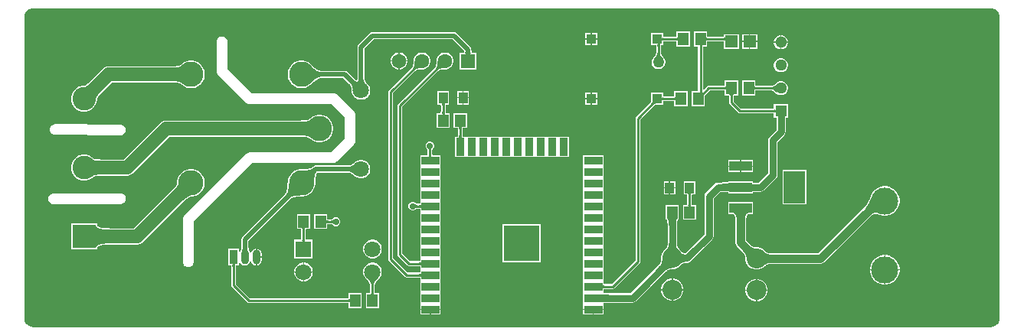
<source format=gtl>
G04*
G04 #@! TF.GenerationSoftware,Altium Limited,Altium Designer,24.1.2 (44)*
G04*
G04 Layer_Physical_Order=1*
G04 Layer_Color=255*
%FSLAX44Y44*%
%MOMM*%
G71*
G04*
G04 #@! TF.SameCoordinates,EDD2AC52-9795-4AC2-B1AA-E3E4142349E3*
G04*
G04*
G04 #@! TF.FilePolarity,Positive*
G04*
G01*
G75*
%ADD11C,0.2540*%
%ADD17R,1.0000X1.2500*%
%ADD18R,1.2000X1.4000*%
%ADD19R,2.3400X3.6000*%
%ADD20R,2.5000X1.1000*%
%ADD21R,1.1000X1.1000*%
%ADD22R,2.0000X0.9000*%
%ADD23R,0.9000X2.0000*%
%ADD24R,4.0000X4.0000*%
%ADD47R,1.4100X1.3500*%
%ADD48C,0.7620*%
%ADD49C,1.5240*%
%ADD50C,0.8890*%
%ADD51C,0.5080*%
%ADD52C,3.0000*%
%ADD53C,1.8000*%
%ADD54R,1.8000X1.8000*%
%ADD55R,1.2954X1.2954*%
%ADD56C,1.2954*%
%ADD57R,1.6000X1.6000*%
%ADD58C,1.6000*%
%ADD59C,2.2000*%
%ADD60R,2.6000X2.6000*%
%ADD61C,2.6000*%
%ADD62C,2.7940*%
%ADD63O,0.9000X1.6000*%
%ADD64R,0.9000X1.6000*%
%ADD65C,0.7000*%
%ADD66C,1.2700*%
G36*
X1073229Y-2925D02*
X1075670Y-3936D01*
X1077766Y-5544D01*
X1079374Y-7640D01*
X1080385Y-10081D01*
X1080726Y-12672D01*
X1080720Y-12700D01*
Y-345440D01*
X1080726Y-345468D01*
X1080385Y-348059D01*
X1079374Y-350500D01*
X1077766Y-352596D01*
X1075670Y-354204D01*
X1073229Y-355215D01*
X1070638Y-355556D01*
X1070610Y-355550D01*
X12700D01*
X12672Y-355556D01*
X10081Y-355215D01*
X7640Y-354204D01*
X5544Y-352596D01*
X3936Y-350500D01*
X2925Y-348059D01*
X2584Y-345468D01*
X2590Y-345440D01*
Y-12700D01*
X2584Y-12672D01*
X2925Y-10081D01*
X3936Y-7640D01*
X5544Y-5544D01*
X7640Y-3936D01*
X10081Y-2925D01*
X12672Y-2584D01*
X12700Y-2590D01*
X1070610D01*
X1070638Y-2584D01*
X1073229Y-2925D01*
D02*
G37*
%LPC*%
G36*
X738180Y-28560D02*
X723640D01*
Y-34038D01*
X723610Y-34050D01*
X723422Y-34100D01*
X723154Y-34144D01*
X722812Y-34174D01*
X722365Y-34186D01*
X722242Y-34240D01*
X710478D01*
X710355Y-34186D01*
X709909Y-34174D01*
X709566Y-34144D01*
X709298Y-34100D01*
X709110Y-34050D01*
X709080Y-34038D01*
Y-30060D01*
X695540D01*
Y-43600D01*
X700788D01*
X700800Y-43630D01*
X700850Y-43818D01*
X700894Y-44086D01*
X700924Y-44429D01*
X700936Y-44875D01*
X700990Y-44998D01*
Y-52003D01*
X700938Y-52108D01*
X700912Y-52508D01*
X700847Y-52848D01*
X700731Y-53224D01*
X700558Y-53634D01*
X700324Y-54078D01*
X700026Y-54553D01*
X699673Y-55043D01*
X698724Y-56151D01*
X698154Y-56733D01*
X698054Y-56980D01*
X697483Y-57551D01*
X696479Y-59289D01*
X695960Y-61227D01*
Y-63233D01*
X696479Y-65171D01*
X697483Y-66909D01*
X698901Y-68327D01*
X700639Y-69331D01*
X702577Y-69850D01*
X704583D01*
X706521Y-69331D01*
X708259Y-68327D01*
X709678Y-66909D01*
X710681Y-65171D01*
X711200Y-63233D01*
Y-61227D01*
X710681Y-59289D01*
X709678Y-57551D01*
X709116Y-56989D01*
X709026Y-56754D01*
X707918Y-55574D01*
X707497Y-55057D01*
X707134Y-54553D01*
X706836Y-54078D01*
X706602Y-53634D01*
X706429Y-53224D01*
X706313Y-52848D01*
X706248Y-52508D01*
X706222Y-52108D01*
X706170Y-52003D01*
Y-44998D01*
X706224Y-44875D01*
X706236Y-44429D01*
X706266Y-44086D01*
X706310Y-43818D01*
X706360Y-43630D01*
X706372Y-43600D01*
X709080D01*
Y-39622D01*
X709110Y-39610D01*
X709298Y-39560D01*
X709566Y-39516D01*
X709909Y-39486D01*
X710355Y-39474D01*
X710478Y-39420D01*
X722242D01*
X722365Y-39474D01*
X722812Y-39486D01*
X723154Y-39516D01*
X723422Y-39560D01*
X723610Y-39610D01*
X723640Y-39622D01*
Y-45100D01*
X738180D01*
Y-28560D01*
D02*
G37*
G36*
X636080Y-30060D02*
X629945D01*
Y-36195D01*
X636080D01*
Y-30060D01*
D02*
G37*
G36*
X628675D02*
X622540D01*
Y-36195D01*
X628675D01*
Y-30060D01*
D02*
G37*
G36*
X812570Y-31350D02*
X804885D01*
Y-38735D01*
X812570D01*
Y-31350D01*
D02*
G37*
G36*
X803615D02*
X795930D01*
Y-38735D01*
X803615D01*
Y-31350D01*
D02*
G37*
G36*
X839945Y-32522D02*
X839560D01*
Y-39634D01*
X846672D01*
Y-39249D01*
X846144Y-37278D01*
X845124Y-35512D01*
X843681Y-34070D01*
X841915Y-33050D01*
X839945Y-32522D01*
D02*
G37*
G36*
X838290D02*
X837905D01*
X835935Y-33050D01*
X834168Y-34070D01*
X832726Y-35512D01*
X831706Y-37278D01*
X831178Y-39249D01*
Y-39634D01*
X838290D01*
Y-32522D01*
D02*
G37*
G36*
X636080Y-37465D02*
X629945D01*
Y-43600D01*
X636080D01*
Y-37465D01*
D02*
G37*
G36*
X628675D02*
X622540D01*
Y-43600D01*
X628675D01*
Y-37465D01*
D02*
G37*
G36*
X812570Y-40005D02*
X804885D01*
Y-47390D01*
X812570D01*
Y-40005D01*
D02*
G37*
G36*
X803615D02*
X795930D01*
Y-47390D01*
X803615D01*
Y-40005D01*
D02*
G37*
G36*
X757180Y-28560D02*
X742640D01*
Y-45100D01*
X747320D01*
Y-94600D01*
X740100D01*
Y-111140D01*
X754640D01*
Y-99263D01*
X760244Y-93659D01*
X775582D01*
X775705Y-93713D01*
X776152Y-93725D01*
X776494Y-93754D01*
X776762Y-93799D01*
X776950Y-93848D01*
X776980Y-93861D01*
Y-99339D01*
X781458D01*
X781470Y-99369D01*
X781520Y-99556D01*
X781564Y-99825D01*
X781594Y-100167D01*
X781606Y-100614D01*
X781660Y-100736D01*
Y-107086D01*
X781857Y-108077D01*
X782419Y-108917D01*
X791802Y-118300D01*
X792642Y-118861D01*
X793633Y-119059D01*
X829780D01*
X829903Y-119113D01*
X830349Y-119125D01*
X830692Y-119154D01*
X830960Y-119199D01*
X831147Y-119249D01*
X831178Y-119261D01*
Y-124216D01*
X833745D01*
Y-137338D01*
X826155Y-144928D01*
X825033Y-146608D01*
X824639Y-148590D01*
Y-185053D01*
X814211Y-195480D01*
X808300D01*
Y-193890D01*
X782432D01*
X782383Y-193854D01*
X782217Y-193881D01*
X782060Y-193816D01*
X781881Y-193890D01*
X780760D01*
Y-194796D01*
X780735Y-194813D01*
X780405Y-194946D01*
X779858Y-195092D01*
X779146Y-195219D01*
X775830Y-195459D01*
X774425Y-195476D01*
X774413Y-195480D01*
X769620D01*
X767638Y-195875D01*
X765957Y-196998D01*
X755798Y-207157D01*
X754675Y-208838D01*
X754280Y-210820D01*
Y-253125D01*
X733404Y-274001D01*
X732565Y-273882D01*
X731778Y-273712D01*
X731077Y-273500D01*
X730462Y-273249D01*
X729928Y-272964D01*
X729472Y-272647D01*
X729086Y-272299D01*
X728701Y-271847D01*
X728685Y-271839D01*
X728638Y-271759D01*
X727608Y-270728D01*
X727516Y-270490D01*
X726812Y-269749D01*
X726216Y-269023D01*
X725694Y-268277D01*
X725245Y-267511D01*
X724867Y-266722D01*
X724558Y-265909D01*
X724317Y-265070D01*
X724145Y-264203D01*
X724041Y-263304D01*
X724004Y-262322D01*
X723999Y-262313D01*
Y-243243D01*
X724004Y-243233D01*
X724089Y-240533D01*
X724189Y-239472D01*
X724326Y-238572D01*
X724493Y-237856D01*
X724672Y-237337D01*
X724834Y-237030D01*
X724905Y-236946D01*
X725041Y-236921D01*
X725119Y-236870D01*
X726090D01*
Y-235749D01*
X726164Y-235569D01*
X726114Y-235448D01*
X726141Y-235319D01*
X726090Y-235240D01*
Y-220330D01*
X711550D01*
Y-235240D01*
X711499Y-235319D01*
X711526Y-235448D01*
X711476Y-235569D01*
X711550Y-235749D01*
Y-236870D01*
X712521D01*
X712599Y-236921D01*
X712735Y-236946D01*
X712806Y-237030D01*
X712968Y-237337D01*
X713147Y-237856D01*
X713314Y-238572D01*
X713448Y-239456D01*
X713615Y-241801D01*
X713635Y-243210D01*
X713641Y-243221D01*
Y-262313D01*
X713636Y-262322D01*
X713599Y-263304D01*
X713495Y-264203D01*
X713323Y-265070D01*
X713082Y-265909D01*
X712773Y-266722D01*
X712395Y-267511D01*
X711946Y-268277D01*
X711424Y-269023D01*
X710828Y-269749D01*
X710124Y-270490D01*
X710032Y-270728D01*
X709002Y-271759D01*
X707386Y-274557D01*
X706550Y-277677D01*
Y-279135D01*
X706446Y-279368D01*
X706421Y-280390D01*
X706329Y-281325D01*
X706170Y-282221D01*
X705946Y-283081D01*
X705656Y-283906D01*
X705299Y-284699D01*
X704876Y-285462D01*
X704385Y-286198D01*
X703823Y-286907D01*
X703155Y-287627D01*
X703151Y-287637D01*
X672616Y-318171D01*
X649065D01*
X649054Y-318166D01*
X646336Y-318140D01*
X643430Y-318005D01*
X642821Y-317940D01*
X642721Y-317924D01*
Y-316421D01*
X642721Y-316311D01*
Y-313443D01*
X642751Y-313431D01*
X642938Y-313381D01*
X643207Y-313337D01*
X643549Y-313307D01*
X643996Y-313295D01*
X644118Y-313241D01*
X653279D01*
X654270Y-313043D01*
X655110Y-312482D01*
X682551Y-285041D01*
X683113Y-284201D01*
X683310Y-283210D01*
Y-125533D01*
X697655Y-111187D01*
X697777Y-111142D01*
X698751Y-110236D01*
X699128Y-109933D01*
X699456Y-109703D01*
X699564Y-109640D01*
X700327D01*
X700433Y-109684D01*
X700538Y-109640D01*
X700542D01*
X700652Y-109666D01*
X700694Y-109640D01*
X709080D01*
Y-105662D01*
X709110Y-105650D01*
X709298Y-105600D01*
X709566Y-105556D01*
X709909Y-105526D01*
X710355Y-105514D01*
X710478Y-105460D01*
X719702D01*
X719825Y-105514D01*
X720272Y-105526D01*
X720614Y-105556D01*
X720882Y-105600D01*
X721070Y-105650D01*
X721100Y-105662D01*
Y-111140D01*
X735640D01*
Y-94600D01*
X721100D01*
Y-100078D01*
X721070Y-100090D01*
X720882Y-100140D01*
X720614Y-100184D01*
X720272Y-100214D01*
X719825Y-100226D01*
X719702Y-100280D01*
X710478D01*
X710355Y-100226D01*
X709909Y-100214D01*
X709566Y-100184D01*
X709298Y-100140D01*
X709110Y-100090D01*
X709080Y-100078D01*
Y-96100D01*
X695540D01*
Y-104486D01*
X695514Y-104528D01*
X695540Y-104639D01*
Y-104642D01*
X695496Y-104747D01*
X695540Y-104853D01*
Y-105616D01*
X695478Y-105724D01*
X695258Y-106037D01*
X694531Y-106892D01*
X694056Y-107384D01*
X694006Y-107512D01*
X678889Y-122629D01*
X678327Y-123469D01*
X678130Y-124460D01*
Y-282137D01*
X652206Y-308061D01*
X644118D01*
X643996Y-308007D01*
X643549Y-307995D01*
X643207Y-307965D01*
X642938Y-307921D01*
X642751Y-307871D01*
X642721Y-307859D01*
Y-304991D01*
X642721Y-304881D01*
Y-303721D01*
X642721Y-303611D01*
Y-292291D01*
X642721Y-292181D01*
Y-291021D01*
X642721Y-290911D01*
Y-279591D01*
X642721Y-279481D01*
Y-278321D01*
X642721Y-278211D01*
Y-266891D01*
X642721Y-266781D01*
Y-265621D01*
X642721Y-265511D01*
Y-254191D01*
X642721Y-254081D01*
Y-252921D01*
X642721Y-252811D01*
Y-241491D01*
X642721Y-241381D01*
Y-240221D01*
X642721Y-240111D01*
Y-228791D01*
X642721Y-228681D01*
Y-227521D01*
X642721Y-227411D01*
Y-216091D01*
X642721Y-215981D01*
Y-214821D01*
X642721Y-214711D01*
Y-203391D01*
X642721Y-203281D01*
Y-202121D01*
X642721Y-202011D01*
Y-190691D01*
X642721Y-190581D01*
Y-189421D01*
X642721Y-189311D01*
Y-177991D01*
X642721Y-177881D01*
Y-176721D01*
X642721Y-176611D01*
Y-165181D01*
X620181D01*
Y-176611D01*
X620181Y-176721D01*
Y-177881D01*
X620181Y-177991D01*
Y-189311D01*
X620181Y-189421D01*
Y-190581D01*
X620181Y-190691D01*
Y-202011D01*
X620181Y-202121D01*
Y-203281D01*
X620181Y-203391D01*
Y-214711D01*
X620181Y-214821D01*
Y-215981D01*
X620181Y-216091D01*
Y-227411D01*
X620181Y-227521D01*
Y-228681D01*
X620181Y-228791D01*
Y-240111D01*
X620181Y-240221D01*
Y-241381D01*
X620181Y-241491D01*
Y-252811D01*
X620181Y-252921D01*
Y-254081D01*
X620181Y-254191D01*
Y-265511D01*
X620181Y-265621D01*
Y-266781D01*
X620181Y-266891D01*
Y-278211D01*
X620181Y-278321D01*
Y-279481D01*
X620181Y-279591D01*
Y-290911D01*
X620181Y-291021D01*
Y-292181D01*
X620181Y-292291D01*
Y-303611D01*
X620181Y-303721D01*
Y-304881D01*
X620181Y-304991D01*
Y-316311D01*
X620181Y-316421D01*
Y-317581D01*
X620181Y-317691D01*
Y-329011D01*
X620181Y-329121D01*
Y-330281D01*
X620181Y-330391D01*
Y-335416D01*
X631451D01*
X642721D01*
Y-330391D01*
X642721Y-330281D01*
Y-328825D01*
X647635Y-328542D01*
X649047Y-328535D01*
X649059Y-328530D01*
X674762D01*
X676744Y-328136D01*
X678424Y-327013D01*
X710476Y-294962D01*
X710485Y-294958D01*
X711206Y-294290D01*
X711915Y-293728D01*
X712651Y-293236D01*
X713414Y-292813D01*
X714207Y-292457D01*
X715032Y-292167D01*
X715892Y-291942D01*
X716788Y-291784D01*
X717723Y-291692D01*
X718744Y-291666D01*
X718978Y-291563D01*
X720435D01*
X723556Y-290726D01*
X726354Y-289111D01*
X728638Y-286827D01*
X728685Y-286746D01*
X728701Y-286738D01*
X729086Y-286286D01*
X729472Y-285938D01*
X729928Y-285622D01*
X730462Y-285336D01*
X731077Y-285086D01*
X731778Y-284874D01*
X732565Y-284704D01*
X733438Y-284579D01*
X734396Y-284503D01*
X735471Y-284477D01*
X735518Y-284456D01*
X737420Y-284078D01*
X739100Y-282955D01*
X763122Y-258932D01*
X764245Y-257252D01*
X764640Y-255270D01*
X764640Y-255270D01*
Y-212965D01*
X771765Y-205840D01*
X774413D01*
X774425Y-205844D01*
X775843Y-205861D01*
X778209Y-205990D01*
X779117Y-206096D01*
X779858Y-206228D01*
X780405Y-206374D01*
X780735Y-206507D01*
X780760Y-206524D01*
Y-207430D01*
X781881D01*
X782060Y-207504D01*
X782217Y-207439D01*
X782383Y-207466D01*
X782432Y-207430D01*
X808300D01*
Y-205840D01*
X816356D01*
X818338Y-205445D01*
X820018Y-204322D01*
X833481Y-190861D01*
X834603Y-189180D01*
X834997Y-187198D01*
Y-150735D01*
X842587Y-143146D01*
X843710Y-141465D01*
X844104Y-139483D01*
Y-124216D01*
X846672D01*
Y-108722D01*
X831178D01*
Y-113677D01*
X831148Y-113689D01*
X830960Y-113739D01*
X830692Y-113783D01*
X830349Y-113813D01*
X829902Y-113825D01*
X829780Y-113879D01*
X794706D01*
X786840Y-106013D01*
Y-100736D01*
X786894Y-100614D01*
X786906Y-100167D01*
X786936Y-99825D01*
X786980Y-99556D01*
X787030Y-99369D01*
X787042Y-99339D01*
X791520D01*
Y-82799D01*
X776980D01*
Y-88277D01*
X776950Y-88289D01*
X776762Y-88339D01*
X776494Y-88383D01*
X776152Y-88413D01*
X775705Y-88425D01*
X775582Y-88479D01*
X759171D01*
X758180Y-88676D01*
X757340Y-89237D01*
X753673Y-92904D01*
X752500Y-92418D01*
Y-45100D01*
X757180D01*
Y-39622D01*
X757210Y-39610D01*
X757398Y-39560D01*
X757666Y-39516D01*
X758008Y-39486D01*
X758455Y-39474D01*
X758578Y-39420D01*
X774532D01*
X774655Y-39474D01*
X775101Y-39486D01*
X775444Y-39516D01*
X775712Y-39560D01*
X775900Y-39610D01*
X775930Y-39622D01*
Y-47390D01*
X792570D01*
Y-31350D01*
X775930D01*
Y-34038D01*
X775900Y-34050D01*
X775712Y-34100D01*
X775444Y-34144D01*
X775101Y-34174D01*
X774655Y-34186D01*
X774532Y-34240D01*
X758577D01*
X758455Y-34186D01*
X758008Y-34174D01*
X757666Y-34144D01*
X757398Y-34100D01*
X757210Y-34050D01*
X757180Y-34038D01*
Y-28560D01*
D02*
G37*
G36*
X846672Y-40904D02*
X839560D01*
Y-48016D01*
X839945D01*
X841915Y-47488D01*
X843681Y-46468D01*
X845124Y-45026D01*
X846144Y-43259D01*
X846672Y-41289D01*
Y-40904D01*
D02*
G37*
G36*
X838290D02*
X831178D01*
Y-41289D01*
X831706Y-43259D01*
X832726Y-45026D01*
X834168Y-46468D01*
X835935Y-47488D01*
X837905Y-48016D01*
X838290D01*
Y-40904D01*
D02*
G37*
G36*
X417780Y-51690D02*
X417195D01*
Y-60325D01*
X425830D01*
Y-59740D01*
X425198Y-57382D01*
X423978Y-55268D01*
X422252Y-53542D01*
X420138Y-52322D01*
X417780Y-51690D01*
D02*
G37*
G36*
X415925D02*
X415340D01*
X412982Y-52322D01*
X410868Y-53542D01*
X409142Y-55268D01*
X407922Y-57382D01*
X407290Y-59740D01*
Y-60325D01*
X415925D01*
Y-51690D01*
D02*
G37*
G36*
X477520Y-29135D02*
X387350D01*
X385863Y-29431D01*
X384603Y-30273D01*
X371903Y-42973D01*
X371061Y-44233D01*
X370765Y-45720D01*
Y-79499D01*
X370737Y-79559D01*
X370703Y-80275D01*
X370609Y-80923D01*
X370494Y-81394D01*
X370316Y-81627D01*
X369206Y-82086D01*
X368916Y-82048D01*
X368501Y-81795D01*
X367977Y-81404D01*
X367447Y-80922D01*
X367384Y-80900D01*
X359627Y-73143D01*
X358367Y-72301D01*
X356881Y-72006D01*
X331079D01*
X331025Y-71979D01*
X330085Y-71913D01*
X329179Y-71729D01*
X328207Y-71413D01*
X327171Y-70957D01*
X326072Y-70358D01*
X324916Y-69612D01*
X323719Y-68729D01*
X321118Y-66476D01*
X319750Y-65131D01*
X319504Y-65031D01*
X318525Y-64052D01*
X316029Y-62385D01*
X313255Y-61236D01*
X310311Y-60650D01*
X307309D01*
X304364Y-61236D01*
X301591Y-62385D01*
X299095Y-64052D01*
X296972Y-66175D01*
X295304Y-68671D01*
X294156Y-71445D01*
X293570Y-74389D01*
Y-77391D01*
X294156Y-80336D01*
X295304Y-83109D01*
X296972Y-85605D01*
X299095Y-87728D01*
X301591Y-89396D01*
X304364Y-90544D01*
X307309Y-91130D01*
X310311D01*
X313255Y-90544D01*
X316029Y-89396D01*
X318525Y-87728D01*
X319494Y-86758D01*
X319731Y-86668D01*
X322454Y-84094D01*
X323705Y-83062D01*
X324916Y-82168D01*
X326073Y-81422D01*
X327171Y-80823D01*
X328207Y-80368D01*
X329179Y-80051D01*
X330085Y-79868D01*
X331025Y-79801D01*
X331079Y-79775D01*
X355272D01*
X361890Y-86393D01*
X361913Y-86456D01*
X362395Y-86987D01*
X362786Y-87511D01*
X363133Y-88081D01*
X363435Y-88699D01*
X363694Y-89370D01*
X363907Y-90094D01*
X364073Y-90874D01*
X364191Y-91711D01*
X364259Y-92605D01*
X364276Y-93593D01*
X364380Y-93833D01*
Y-95012D01*
X365080Y-97624D01*
X366432Y-99965D01*
X368344Y-101877D01*
X370686Y-103230D01*
X373298Y-103929D01*
X376002D01*
X378614Y-103230D01*
X380956Y-101877D01*
X382868Y-99965D01*
X384220Y-97624D01*
X384920Y-95012D01*
Y-92307D01*
X384220Y-89695D01*
X382868Y-87353D01*
X382034Y-86520D01*
X381939Y-86277D01*
X381252Y-85567D01*
X380668Y-84886D01*
X380159Y-84211D01*
X379725Y-83542D01*
X379364Y-82879D01*
X379072Y-82222D01*
X378849Y-81571D01*
X378691Y-80923D01*
X378597Y-80275D01*
X378563Y-79559D01*
X378535Y-79499D01*
Y-47329D01*
X388959Y-36905D01*
X475911D01*
X488770Y-49764D01*
X488766Y-49814D01*
X488674Y-50418D01*
X488555Y-50898D01*
X488423Y-51248D01*
X488299Y-51468D01*
X488208Y-51575D01*
X488158Y-51612D01*
X488116Y-51627D01*
X487873Y-51655D01*
X487811Y-51690D01*
X483490D01*
Y-70230D01*
X502030D01*
Y-51690D01*
X497709D01*
X497647Y-51655D01*
X497404Y-51627D01*
X497363Y-51612D01*
X497312Y-51575D01*
X497221Y-51468D01*
X497097Y-51248D01*
X496965Y-50898D01*
X496847Y-50418D01*
X496754Y-49814D01*
X496695Y-49092D01*
X496674Y-48227D01*
X496609Y-48078D01*
X496349Y-46773D01*
X495507Y-45513D01*
X480267Y-30273D01*
X479007Y-29431D01*
X477520Y-29135D01*
D02*
G37*
G36*
X425830Y-61595D02*
X417195D01*
Y-70230D01*
X417780D01*
X420138Y-69598D01*
X422252Y-68378D01*
X423978Y-66652D01*
X425198Y-64538D01*
X425830Y-62180D01*
Y-61595D01*
D02*
G37*
G36*
X415925D02*
X407290D01*
Y-62180D01*
X407922Y-64538D01*
X409142Y-66652D01*
X410868Y-68378D01*
X412982Y-69598D01*
X415340Y-70230D01*
X415925D01*
Y-61595D01*
D02*
G37*
G36*
X839945Y-57922D02*
X837905D01*
X835935Y-58450D01*
X834168Y-59470D01*
X832726Y-60912D01*
X831706Y-62678D01*
X831178Y-64649D01*
Y-66689D01*
X831706Y-68659D01*
X832726Y-70426D01*
X834168Y-71868D01*
X835935Y-72888D01*
X837905Y-73416D01*
X839945D01*
X841915Y-72888D01*
X843681Y-71868D01*
X845124Y-70426D01*
X846144Y-68659D01*
X846672Y-66689D01*
Y-64649D01*
X846144Y-62678D01*
X845124Y-60912D01*
X843681Y-59470D01*
X841915Y-58450D01*
X839945Y-57922D01*
D02*
G37*
G36*
X188312Y-60655D02*
X185310D01*
X182365Y-61241D01*
X179592Y-62390D01*
X177096Y-64057D01*
X176151Y-65002D01*
X175943Y-65069D01*
X175543Y-65410D01*
X175108Y-65676D01*
X174532Y-65936D01*
X173814Y-66177D01*
X172958Y-66391D01*
X171997Y-66565D01*
X168194Y-66880D01*
X166701Y-66901D01*
X166636Y-66929D01*
X95555D01*
X93234Y-67234D01*
X91071Y-68130D01*
X89214Y-69555D01*
X75268Y-83501D01*
X75204Y-83526D01*
X73214Y-85433D01*
X71522Y-86883D01*
X70807Y-87425D01*
X70166Y-87859D01*
X69619Y-88175D01*
X69181Y-88376D01*
X68877Y-88469D01*
X68558Y-88504D01*
X68384Y-88600D01*
X66701D01*
X63072Y-89572D01*
X59818Y-91451D01*
X57161Y-94108D01*
X55283Y-97362D01*
X54310Y-100991D01*
Y-104749D01*
X55283Y-108378D01*
X57161Y-111632D01*
X59818Y-114289D01*
X63072Y-116167D01*
X66701Y-117140D01*
X70459D01*
X74088Y-116167D01*
X77342Y-114289D01*
X79999Y-111632D01*
X81877Y-108378D01*
X82850Y-104749D01*
Y-103066D01*
X82945Y-102892D01*
X82981Y-102573D01*
X83074Y-102269D01*
X83275Y-101831D01*
X83591Y-101284D01*
X84002Y-100678D01*
X86925Y-97266D01*
X87913Y-96257D01*
X87940Y-96191D01*
X99269Y-84862D01*
X166636D01*
X166701Y-84890D01*
X168208Y-84911D01*
X170859Y-85079D01*
X171968Y-85220D01*
X172958Y-85400D01*
X173814Y-85613D01*
X174532Y-85854D01*
X175108Y-86114D01*
X175543Y-86381D01*
X175943Y-86721D01*
X176151Y-86788D01*
X177096Y-87733D01*
X179592Y-89401D01*
X182365Y-90549D01*
X185310Y-91135D01*
X188312D01*
X191256Y-90549D01*
X194030Y-89401D01*
X196526Y-87733D01*
X198648Y-85610D01*
X200316Y-83114D01*
X201465Y-80341D01*
X202051Y-77396D01*
Y-74394D01*
X201465Y-71450D01*
X200316Y-68676D01*
X198648Y-66180D01*
X196526Y-64057D01*
X194030Y-62390D01*
X191256Y-61241D01*
X188312Y-60655D01*
D02*
G37*
G36*
X810520Y-82799D02*
X795980D01*
Y-99339D01*
X810520D01*
Y-93861D01*
X810550Y-93848D01*
X810738Y-93799D01*
X811006Y-93754D01*
X811348Y-93725D01*
X811795Y-93713D01*
X811918Y-93659D01*
X828491D01*
X828596Y-93710D01*
X829001Y-93737D01*
X829347Y-93804D01*
X829731Y-93924D01*
X830151Y-94103D01*
X830607Y-94345D01*
X831095Y-94653D01*
X831598Y-95018D01*
X832737Y-95996D01*
X833336Y-96584D01*
X833584Y-96683D01*
X834168Y-97268D01*
X835935Y-98288D01*
X837905Y-98816D01*
X839945D01*
X841915Y-98288D01*
X843681Y-97268D01*
X845124Y-95826D01*
X846144Y-94059D01*
X846672Y-92089D01*
Y-90049D01*
X846144Y-88078D01*
X845124Y-86312D01*
X843681Y-84870D01*
X841915Y-83850D01*
X839945Y-83322D01*
X837905D01*
X835935Y-83850D01*
X834168Y-84870D01*
X833593Y-85444D01*
X833357Y-85534D01*
X832144Y-86676D01*
X831612Y-87110D01*
X831095Y-87485D01*
X830607Y-87793D01*
X830151Y-88035D01*
X829731Y-88213D01*
X829347Y-88333D01*
X829001Y-88400D01*
X828596Y-88427D01*
X828491Y-88479D01*
X811917D01*
X811795Y-88425D01*
X811348Y-88413D01*
X811006Y-88383D01*
X810738Y-88339D01*
X810550Y-88289D01*
X810520Y-88277D01*
Y-82799D01*
D02*
G37*
G36*
X493750Y-94080D02*
X488115D01*
Y-100965D01*
X493750D01*
Y-94080D01*
D02*
G37*
G36*
X486845D02*
X481210D01*
Y-100965D01*
X486845D01*
Y-94080D01*
D02*
G37*
G36*
X636080Y-96100D02*
X629945D01*
Y-102235D01*
X636080D01*
Y-96100D01*
D02*
G37*
G36*
X628675D02*
X622540D01*
Y-102235D01*
X628675D01*
Y-96100D01*
D02*
G37*
G36*
X493750Y-102235D02*
X488115D01*
Y-109120D01*
X493750D01*
Y-102235D01*
D02*
G37*
G36*
X486845D02*
X481210D01*
Y-109120D01*
X486845D01*
Y-102235D01*
D02*
G37*
G36*
X636080Y-103505D02*
X629945D01*
Y-109640D01*
X636080D01*
Y-103505D01*
D02*
G37*
G36*
X628675D02*
X622540D01*
Y-109640D01*
X628675D01*
Y-103505D01*
D02*
G37*
G36*
X471750Y-94080D02*
X459210D01*
Y-109120D01*
X462688D01*
X462700Y-109150D01*
X462750Y-109338D01*
X462794Y-109606D01*
X462824Y-109949D01*
X462836Y-110395D01*
X462890Y-110518D01*
Y-117332D01*
X462836Y-117454D01*
X462824Y-117894D01*
X462794Y-118231D01*
X462751Y-118494D01*
X462702Y-118675D01*
X462681Y-118726D01*
X462673Y-118730D01*
X458210D01*
Y-135270D01*
X472750D01*
Y-118730D01*
X468287D01*
X468279Y-118726D01*
X468258Y-118675D01*
X468209Y-118494D01*
X468166Y-118231D01*
X468136Y-117894D01*
X468124Y-117454D01*
X468070Y-117332D01*
Y-110518D01*
X468124Y-110395D01*
X468136Y-109949D01*
X468166Y-109606D01*
X468210Y-109338D01*
X468260Y-109150D01*
X468272Y-109120D01*
X471750D01*
Y-94080D01*
D02*
G37*
G36*
X35859Y-131048D02*
X35077Y-131198D01*
X33672Y-131768D01*
X33007Y-132206D01*
X33007Y-132206D01*
X31927Y-133271D01*
X31927Y-133271D01*
X31480Y-133929D01*
X30889Y-135327D01*
X30728Y-136106D01*
X30718Y-137623D01*
X30868Y-138405D01*
X31438Y-139810D01*
X31876Y-140475D01*
X31876Y-140475D01*
X32941Y-141556D01*
X32941Y-141556D01*
X33599Y-142002D01*
X34997Y-142593D01*
X35776Y-142753D01*
X36535Y-142759D01*
X36535Y-142759D01*
X108417Y-143267D01*
X109179Y-143272D01*
X109180Y-143272D01*
X109182Y-143272D01*
X109570Y-143197D01*
X109960Y-143123D01*
X109962Y-143122D01*
X109964Y-143121D01*
X111375Y-142545D01*
X111376Y-142544D01*
X111378Y-142544D01*
X111711Y-142323D01*
X112039Y-142107D01*
X112040Y-142105D01*
X112041Y-142104D01*
X113123Y-141030D01*
X113124Y-141029D01*
X113125Y-141028D01*
X113346Y-140698D01*
X113567Y-140370D01*
X113568Y-140368D01*
X113569Y-140367D01*
X114154Y-138960D01*
X114155Y-138958D01*
X114156Y-138956D01*
X114234Y-138565D01*
X114311Y-138180D01*
X114311Y-138178D01*
X114311Y-138176D01*
Y-136659D01*
X114234Y-136273D01*
X114157Y-135882D01*
X113582Y-134486D01*
X113356Y-134147D01*
X113143Y-133826D01*
X113141Y-133823D01*
X113141Y-133823D01*
X113141Y-133823D01*
X112079Y-132754D01*
X111747Y-132530D01*
X111423Y-132311D01*
X110030Y-131726D01*
X109637Y-131645D01*
X109254Y-131566D01*
X108499Y-131561D01*
X36617Y-131053D01*
X35859Y-131048D01*
D02*
G37*
G36*
X330311Y-120650D02*
X327309D01*
X324365Y-121236D01*
X321591Y-122385D01*
X319095Y-124052D01*
X318151Y-124997D01*
X317943Y-125064D01*
X317542Y-125405D01*
X317108Y-125671D01*
X316531Y-125931D01*
X315814Y-126172D01*
X314957Y-126386D01*
X313997Y-126560D01*
X310194Y-126875D01*
X308700Y-126896D01*
X308636Y-126923D01*
X159258D01*
X156937Y-127229D01*
X154775Y-128125D01*
X152918Y-129550D01*
X112364Y-170103D01*
X87005D01*
X86942Y-170076D01*
X84187Y-170017D01*
X81964Y-169846D01*
X81076Y-169723D01*
X80316Y-169577D01*
X79705Y-169414D01*
X79254Y-169246D01*
X78973Y-169097D01*
X78722Y-168897D01*
X78532Y-168841D01*
X77342Y-167651D01*
X74088Y-165772D01*
X70459Y-164800D01*
X66701D01*
X63072Y-165772D01*
X59818Y-167651D01*
X57161Y-170308D01*
X55283Y-173562D01*
X54310Y-177191D01*
Y-180949D01*
X55283Y-184578D01*
X57161Y-187832D01*
X59818Y-190489D01*
X63072Y-192367D01*
X66701Y-193340D01*
X70459D01*
X74088Y-192367D01*
X77342Y-190489D01*
X78532Y-189299D01*
X78722Y-189244D01*
X78973Y-189043D01*
X79254Y-188894D01*
X79705Y-188727D01*
X80316Y-188563D01*
X81035Y-188425D01*
X85515Y-188079D01*
X86926Y-188065D01*
X86992Y-188037D01*
X116078D01*
X118399Y-187731D01*
X120561Y-186835D01*
X122418Y-185410D01*
X162972Y-144857D01*
X308636D01*
X308700Y-144885D01*
X310207Y-144906D01*
X312859Y-145073D01*
X313967Y-145215D01*
X314957Y-145394D01*
X315814Y-145608D01*
X316531Y-145849D01*
X317108Y-146109D01*
X317542Y-146375D01*
X317943Y-146716D01*
X318151Y-146783D01*
X319095Y-147728D01*
X321591Y-149396D01*
X324365Y-150544D01*
X327309Y-151130D01*
X330311D01*
X333256Y-150544D01*
X336029Y-149396D01*
X338525Y-147728D01*
X340648Y-145605D01*
X342316Y-143109D01*
X343464Y-140335D01*
X344050Y-137391D01*
Y-134389D01*
X343464Y-131445D01*
X342316Y-128671D01*
X340648Y-126175D01*
X338525Y-124052D01*
X336029Y-122385D01*
X333256Y-121236D01*
X330311Y-120650D01*
D02*
G37*
G36*
X491750Y-118730D02*
X477210D01*
Y-135270D01*
X481508D01*
X481521Y-135300D01*
X481570Y-135488D01*
X481615Y-135756D01*
X481645Y-136098D01*
X481656Y-136545D01*
X481711Y-136668D01*
Y-143282D01*
X481656Y-143405D01*
X481645Y-143851D01*
X481615Y-144194D01*
X481570Y-144462D01*
X481521Y-144649D01*
X481508Y-144680D01*
X478530D01*
Y-167220D01*
X489960D01*
X490070Y-167220D01*
X491230D01*
X491340Y-167220D01*
X502660D01*
X502770Y-167220D01*
X503930D01*
X504040Y-167220D01*
X515360D01*
X515470Y-167220D01*
X516630D01*
X516740Y-167220D01*
X528060D01*
X528170Y-167220D01*
X529330D01*
X529440Y-167220D01*
X540760D01*
X540870Y-167220D01*
X542030D01*
X542140Y-167220D01*
X553460D01*
X553570Y-167220D01*
X554730D01*
X554840Y-167220D01*
X566160D01*
X566270Y-167220D01*
X567430D01*
X567540Y-167220D01*
X578860D01*
X578970Y-167220D01*
X580130D01*
X580240Y-167220D01*
X591560D01*
X591670Y-167220D01*
X592830D01*
X592940Y-167220D01*
X604370D01*
Y-144680D01*
X592940D01*
X592830Y-144680D01*
X591670D01*
X591560Y-144680D01*
X580240D01*
X580130Y-144680D01*
X578970D01*
X578860Y-144680D01*
X567540D01*
X567430Y-144680D01*
X566270D01*
X566160Y-144680D01*
X554840D01*
X554730Y-144680D01*
X553570D01*
X553460Y-144680D01*
X542140D01*
X542030Y-144680D01*
X540870D01*
X540760Y-144680D01*
X529440D01*
X529330Y-144680D01*
X528170D01*
X528060Y-144680D01*
X516740D01*
X516630Y-144680D01*
X515470D01*
X515360Y-144680D01*
X504040D01*
X503930Y-144680D01*
X502770D01*
X502660Y-144680D01*
X491340D01*
X491230Y-144680D01*
X490070D01*
X489960Y-144680D01*
X487092D01*
X487080Y-144650D01*
X487030Y-144462D01*
X486986Y-144194D01*
X486956Y-143851D01*
X486945Y-143405D01*
X486890Y-143282D01*
Y-136667D01*
X486945Y-136545D01*
X486956Y-136098D01*
X486986Y-135756D01*
X487030Y-135488D01*
X487080Y-135300D01*
X487092Y-135270D01*
X491750D01*
Y-118730D01*
D02*
G37*
G36*
X808300Y-170890D02*
X795165D01*
Y-177025D01*
X808300D01*
Y-170890D01*
D02*
G37*
G36*
X793895D02*
X780760D01*
Y-177025D01*
X793895D01*
Y-170890D01*
D02*
G37*
G36*
X376002Y-170391D02*
X373298D01*
X370686Y-171090D01*
X368344Y-172442D01*
X367510Y-173276D01*
X367268Y-173372D01*
X366557Y-174058D01*
X365877Y-174643D01*
X365202Y-175151D01*
X364532Y-175585D01*
X363869Y-175947D01*
X363213Y-176238D01*
X362561Y-176461D01*
X361913Y-176619D01*
X361266Y-176713D01*
X360550Y-176747D01*
X360490Y-176776D01*
X324641D01*
X323155Y-177072D01*
X322097Y-177778D01*
X321936Y-177833D01*
X321175Y-178504D01*
X320384Y-179046D01*
X319490Y-179517D01*
X318488Y-179914D01*
X317373Y-180236D01*
X316146Y-180478D01*
X314804Y-180639D01*
X313348Y-180713D01*
X311780Y-180701D01*
X310068Y-180597D01*
X310048Y-180604D01*
X310027Y-180595D01*
X309884Y-180650D01*
X307309D01*
X304364Y-181236D01*
X301591Y-182384D01*
X299095Y-184052D01*
X296972Y-186175D01*
X295304Y-188671D01*
X294156Y-191444D01*
X293570Y-194389D01*
Y-195760D01*
X293466Y-195991D01*
X293361Y-199736D01*
X293206Y-201352D01*
X292982Y-202840D01*
X292691Y-204185D01*
X292339Y-205385D01*
X291928Y-206440D01*
X291465Y-207351D01*
X290954Y-208121D01*
X290336Y-208833D01*
X290317Y-208890D01*
X243633Y-255573D01*
X242791Y-256833D01*
X242495Y-258320D01*
Y-265776D01*
X242465Y-265845D01*
X242452Y-266739D01*
X242414Y-267535D01*
X242260Y-268984D01*
X242153Y-269576D01*
X242024Y-270112D01*
X241877Y-270577D01*
X241718Y-270968D01*
X241552Y-271287D01*
X241336Y-271608D01*
X241282Y-271875D01*
X240945Y-272379D01*
X240720Y-273509D01*
X239450Y-273384D01*
Y-268860D01*
X227910D01*
Y-276381D01*
X227680Y-276936D01*
Y-279324D01*
X227910Y-279879D01*
Y-287400D01*
X230874D01*
X230881Y-287404D01*
X230902Y-287455D01*
X230951Y-287636D01*
X230994Y-287899D01*
X231024Y-288236D01*
X231036Y-288676D01*
X231090Y-288798D01*
Y-309372D01*
X231287Y-310363D01*
X231849Y-311203D01*
X248867Y-328221D01*
X249707Y-328783D01*
X250698Y-328980D01*
X359683D01*
X359805Y-329034D01*
X360252Y-329046D01*
X360594Y-329076D01*
X360862Y-329120D01*
X361050Y-329170D01*
X361080Y-329182D01*
Y-334660D01*
X375620D01*
Y-318120D01*
X361080D01*
Y-323598D01*
X361050Y-323610D01*
X360862Y-323660D01*
X360594Y-323704D01*
X360252Y-323734D01*
X359805Y-323746D01*
X359682Y-323800D01*
X251771D01*
X236270Y-308299D01*
Y-288798D01*
X236324Y-288676D01*
X236336Y-288236D01*
X236366Y-287899D01*
X236409Y-287636D01*
X236458Y-287455D01*
X236479Y-287404D01*
X236487Y-287400D01*
X239450D01*
Y-282876D01*
X240720Y-282751D01*
X240945Y-283881D01*
X242220Y-285790D01*
X244129Y-287065D01*
X246380Y-287513D01*
X248631Y-287065D01*
X250540Y-285790D01*
X251815Y-283881D01*
X252083Y-282537D01*
X253377D01*
X253645Y-283881D01*
X254920Y-285790D01*
X256829Y-287065D01*
X258445Y-287387D01*
Y-278130D01*
Y-268873D01*
X256829Y-269195D01*
X254920Y-270470D01*
X253645Y-272379D01*
X253377Y-273723D01*
X252083D01*
X251815Y-272379D01*
X251478Y-271875D01*
X251425Y-271608D01*
X251208Y-271287D01*
X251042Y-270968D01*
X250883Y-270577D01*
X250736Y-270113D01*
X250607Y-269576D01*
X250502Y-268998D01*
X250307Y-266714D01*
X250294Y-265845D01*
X250265Y-265776D01*
Y-259929D01*
X295810Y-214383D01*
X295867Y-214364D01*
X296579Y-213746D01*
X297349Y-213235D01*
X298260Y-212772D01*
X299315Y-212361D01*
X300515Y-212008D01*
X301860Y-211718D01*
X303332Y-211496D01*
X306763Y-211250D01*
X308682Y-211234D01*
X308927Y-211130D01*
X310311D01*
X313255Y-210544D01*
X316029Y-209395D01*
X318525Y-207728D01*
X320648Y-205605D01*
X322315Y-203109D01*
X323464Y-200335D01*
X324050Y-197391D01*
Y-195829D01*
X324150Y-195607D01*
X324142Y-195585D01*
X324151Y-195563D01*
X324149Y-193804D01*
X324225Y-192189D01*
X324379Y-190690D01*
X324607Y-189308D01*
X324909Y-188043D01*
X325280Y-186896D01*
X325718Y-185865D01*
X326221Y-184947D01*
X326501Y-184545D01*
X360490D01*
X360550Y-184574D01*
X361266Y-184608D01*
X361913Y-184702D01*
X362561Y-184860D01*
X363213Y-185083D01*
X363869Y-185374D01*
X364533Y-185736D01*
X365202Y-186170D01*
X365877Y-186678D01*
X366557Y-187263D01*
X367268Y-187949D01*
X367510Y-188045D01*
X368344Y-188879D01*
X370686Y-190231D01*
X373298Y-190931D01*
X376002D01*
X378614Y-190231D01*
X380956Y-188879D01*
X382868Y-186966D01*
X384220Y-184625D01*
X384920Y-182013D01*
Y-179308D01*
X384220Y-176696D01*
X382868Y-174355D01*
X380956Y-172442D01*
X378614Y-171090D01*
X376002Y-170391D01*
D02*
G37*
G36*
X808300Y-178295D02*
X795165D01*
Y-184430D01*
X808300D01*
Y-178295D01*
D02*
G37*
G36*
X793895D02*
X780760D01*
Y-184430D01*
X793895D01*
Y-178295D01*
D02*
G37*
G36*
X722090Y-193902D02*
X716455D01*
Y-200787D01*
X722090D01*
Y-193902D01*
D02*
G37*
G36*
X715185D02*
X709550D01*
Y-200787D01*
X715185D01*
Y-193902D01*
D02*
G37*
G36*
X109708Y-207504D02*
X109707Y-207505D01*
X109706Y-207504D01*
X108946Y-207507D01*
X35032Y-207761D01*
X34273Y-207764D01*
X33493Y-207922D01*
X32094Y-208507D01*
X31434Y-208951D01*
X30365Y-210028D01*
X30364Y-210028D01*
X29925Y-210691D01*
X29349Y-212095D01*
X29196Y-212875D01*
X29202Y-214393D01*
X29360Y-215173D01*
X29945Y-216572D01*
X30389Y-217232D01*
X31466Y-218301D01*
X31466Y-218302D01*
X32129Y-218741D01*
X33533Y-219317D01*
X34313Y-219470D01*
X35072Y-219467D01*
X108986Y-219213D01*
X108986Y-219213D01*
X109743Y-219210D01*
X110122Y-219133D01*
X110521Y-219053D01*
X111918Y-218470D01*
X112253Y-218245D01*
X112577Y-218028D01*
X113646Y-216955D01*
X113869Y-216621D01*
X114086Y-216295D01*
X114664Y-214896D01*
X114742Y-214506D01*
X114819Y-214117D01*
Y-212600D01*
X114819Y-212599D01*
X114819Y-212598D01*
X114743Y-212215D01*
X114664Y-211819D01*
X114663Y-211819D01*
X114663Y-211818D01*
X114080Y-210413D01*
X114080Y-210413D01*
X114079Y-210412D01*
X113858Y-210082D01*
X113637Y-209752D01*
X113637Y-209752D01*
X113636Y-209751D01*
X112559Y-208678D01*
X112558Y-208677D01*
X112558Y-208676D01*
X112229Y-208458D01*
X111897Y-208237D01*
X111896Y-208236D01*
X111895Y-208236D01*
X110489Y-207658D01*
X110488Y-207658D01*
X110487Y-207657D01*
X110096Y-207581D01*
X109708Y-207504D01*
D02*
G37*
G36*
X722090Y-202057D02*
X716455D01*
Y-208942D01*
X722090D01*
Y-202057D01*
D02*
G37*
G36*
X715185D02*
X709550D01*
Y-208942D01*
X715185D01*
Y-202057D01*
D02*
G37*
G36*
X866900Y-181390D02*
X840960D01*
Y-219930D01*
X866900D01*
Y-181390D01*
D02*
G37*
G36*
X744090Y-193902D02*
X731550D01*
Y-208942D01*
X735013D01*
X735021Y-208946D01*
X735042Y-208997D01*
X735091Y-209178D01*
X735135Y-209441D01*
X735164Y-209778D01*
X735176Y-210218D01*
X735230Y-210340D01*
Y-218932D01*
X735176Y-219055D01*
X735164Y-219501D01*
X735134Y-219844D01*
X735090Y-220112D01*
X735040Y-220300D01*
X735028Y-220330D01*
X730550D01*
Y-236870D01*
X745090D01*
Y-220330D01*
X740612D01*
X740600Y-220300D01*
X740550Y-220112D01*
X740506Y-219844D01*
X740476Y-219501D01*
X740464Y-219055D01*
X740410Y-218932D01*
Y-210340D01*
X740464Y-210218D01*
X740476Y-209778D01*
X740506Y-209441D01*
X740549Y-209178D01*
X740598Y-208997D01*
X740619Y-208946D01*
X740627Y-208942D01*
X744090D01*
Y-193902D01*
D02*
G37*
G36*
X337420Y-230490D02*
X322880D01*
Y-247030D01*
X337420D01*
Y-241806D01*
X337450Y-241794D01*
X337638Y-241744D01*
X337906Y-241700D01*
X338248Y-241670D01*
X338695Y-241658D01*
X338818Y-241604D01*
X341436D01*
X341554Y-241658D01*
X341840Y-241668D01*
X342061Y-241692D01*
X342268Y-241731D01*
X342462Y-241784D01*
X342646Y-241851D01*
X342822Y-241932D01*
X342992Y-242029D01*
X343158Y-242143D01*
X343321Y-242275D01*
X343519Y-242462D01*
X343758Y-242553D01*
X344262Y-243058D01*
X346015Y-243784D01*
X347913D01*
X349666Y-243058D01*
X351008Y-241716D01*
X351734Y-239963D01*
Y-238065D01*
X351008Y-236312D01*
X349666Y-234970D01*
X347913Y-234244D01*
X346015D01*
X344262Y-234970D01*
X343758Y-235475D01*
X343519Y-235566D01*
X343321Y-235753D01*
X343158Y-235886D01*
X342992Y-235999D01*
X342822Y-236096D01*
X342646Y-236177D01*
X342462Y-236244D01*
X342268Y-236297D01*
X342061Y-236336D01*
X341840Y-236360D01*
X341554Y-236370D01*
X341436Y-236424D01*
X338817D01*
X338695Y-236370D01*
X338248Y-236358D01*
X337906Y-236328D01*
X337638Y-236284D01*
X337450Y-236234D01*
X337420Y-236222D01*
Y-230490D01*
D02*
G37*
G36*
X188311Y-180645D02*
X185309D01*
X182365Y-181231D01*
X179591Y-182379D01*
X177095Y-184047D01*
X174972Y-186170D01*
X173304Y-188666D01*
X172156Y-191439D01*
X171570Y-194384D01*
Y-195720D01*
X171470Y-195914D01*
X171428Y-196438D01*
X171309Y-196934D01*
X171085Y-197525D01*
X170749Y-198203D01*
X170294Y-198960D01*
X169738Y-199762D01*
X167271Y-202674D01*
X166230Y-203745D01*
X166204Y-203810D01*
X123710Y-246303D01*
X96878D01*
X96815Y-246276D01*
X93949Y-246223D01*
X91426Y-246066D01*
X89225Y-245809D01*
X87354Y-245455D01*
X85822Y-245015D01*
X84639Y-244508D01*
X83807Y-243965D01*
X83296Y-243427D01*
X83029Y-242896D01*
X82909Y-242097D01*
X82850Y-241999D01*
Y-241000D01*
X81729D01*
X81550Y-240926D01*
X81450Y-240967D01*
X81346Y-240941D01*
X81248Y-241000D01*
X54310D01*
Y-269540D01*
X81248D01*
X81346Y-269599D01*
X81450Y-269573D01*
X81550Y-269614D01*
X81729Y-269540D01*
X82850D01*
Y-268541D01*
X82909Y-268443D01*
X83029Y-267644D01*
X83296Y-267113D01*
X83807Y-266575D01*
X84639Y-266032D01*
X85822Y-265525D01*
X87354Y-265085D01*
X89205Y-264735D01*
X93967Y-264317D01*
X96815Y-264264D01*
X96878Y-264237D01*
X127425D01*
X129745Y-263931D01*
X131908Y-263035D01*
X133765Y-261610D01*
X178885Y-216491D01*
X178950Y-216465D01*
X180030Y-215414D01*
X182024Y-213658D01*
X182908Y-212974D01*
X183735Y-212401D01*
X184492Y-211946D01*
X185170Y-211609D01*
X185761Y-211386D01*
X186257Y-211266D01*
X186781Y-211224D01*
X186975Y-211125D01*
X188311D01*
X191255Y-210539D01*
X194029Y-209390D01*
X196525Y-207722D01*
X198648Y-205600D01*
X200315Y-203104D01*
X201464Y-200330D01*
X202050Y-197386D01*
Y-194384D01*
X201464Y-191439D01*
X200315Y-188666D01*
X198648Y-186170D01*
X196525Y-184047D01*
X194029Y-182379D01*
X191255Y-181231D01*
X188311Y-180645D01*
D02*
G37*
G36*
X955372Y-199630D02*
X952168D01*
X949024Y-200255D01*
X946063Y-201482D01*
X943399Y-203262D01*
X941132Y-205529D01*
X939352Y-208193D01*
X938559Y-210107D01*
X938390Y-210282D01*
X937116Y-213510D01*
X935786Y-216341D01*
X935114Y-217584D01*
X933684Y-219863D01*
X932968Y-220835D01*
X932232Y-221726D01*
X931621Y-222378D01*
X880146Y-273852D01*
X828466D01*
X827678Y-273829D01*
X826717Y-273740D01*
X825812Y-273593D01*
X824960Y-273389D01*
X824161Y-273130D01*
X823412Y-272817D01*
X822711Y-272450D01*
X822055Y-272028D01*
X821442Y-271551D01*
X820824Y-270975D01*
X820591Y-270887D01*
X819565Y-269861D01*
X816767Y-268246D01*
X813646Y-267409D01*
X812195D01*
X811968Y-267306D01*
X811124Y-267277D01*
X810352Y-267181D01*
X809591Y-267015D01*
X808835Y-266779D01*
X808084Y-266471D01*
X807336Y-266089D01*
X806590Y-265631D01*
X805846Y-265095D01*
X805103Y-264478D01*
X804530Y-263938D01*
X800357Y-259765D01*
Y-237758D01*
X800393Y-236403D01*
X800518Y-234981D01*
X800720Y-233761D01*
X800992Y-232750D01*
X801318Y-231950D01*
X801678Y-231359D01*
X802052Y-230954D01*
X802441Y-230694D01*
X802881Y-230538D01*
X803564Y-230466D01*
X803631Y-230430D01*
X808300D01*
Y-216890D01*
X780760D01*
Y-230430D01*
X785429D01*
X785496Y-230466D01*
X786179Y-230538D01*
X786619Y-230694D01*
X787008Y-230954D01*
X787382Y-231359D01*
X787742Y-231950D01*
X788068Y-232750D01*
X788340Y-233761D01*
X788542Y-234981D01*
X788668Y-236403D01*
X788703Y-237758D01*
Y-262179D01*
X789147Y-264409D01*
X790410Y-266299D01*
X796289Y-272178D01*
X796830Y-272752D01*
X797446Y-273495D01*
X797982Y-274239D01*
X798440Y-274985D01*
X798822Y-275733D01*
X799131Y-276484D01*
X799367Y-277239D01*
X799532Y-278001D01*
X799628Y-278773D01*
X799657Y-279617D01*
X799761Y-279844D01*
Y-281295D01*
X800597Y-284415D01*
X802212Y-287213D01*
X804497Y-289498D01*
X807295Y-291113D01*
X810415Y-291949D01*
X813646D01*
X816767Y-291113D01*
X819565Y-289498D01*
X820591Y-288472D01*
X820824Y-288384D01*
X821442Y-287808D01*
X822055Y-287330D01*
X822711Y-286909D01*
X823412Y-286542D01*
X824161Y-286228D01*
X824960Y-285970D01*
X825812Y-285766D01*
X826717Y-285619D01*
X827678Y-285530D01*
X828466Y-285506D01*
X882560D01*
X884790Y-285063D01*
X886680Y-283800D01*
X937301Y-233179D01*
X938150Y-232409D01*
X939104Y-231714D01*
X940076Y-231167D01*
X941069Y-230760D01*
X942091Y-230489D01*
X943149Y-230351D01*
X944252Y-230347D01*
X945406Y-230481D01*
X946616Y-230757D01*
X947939Y-231200D01*
X948156Y-231185D01*
X949024Y-231545D01*
X952168Y-232170D01*
X955372D01*
X958516Y-231545D01*
X961477Y-230318D01*
X964141Y-228538D01*
X966408Y-226271D01*
X968188Y-223607D01*
X969415Y-220646D01*
X970040Y-217502D01*
Y-214298D01*
X969415Y-211154D01*
X968188Y-208193D01*
X966408Y-205529D01*
X964141Y-203262D01*
X961477Y-201482D01*
X958516Y-200255D01*
X955372Y-199630D01*
D02*
G37*
G36*
X259715Y-268873D02*
Y-277495D01*
X264963D01*
Y-274630D01*
X264515Y-272379D01*
X263240Y-270470D01*
X261331Y-269195D01*
X259715Y-268873D01*
D02*
G37*
G36*
X388702Y-258970D02*
X385998D01*
X383386Y-259670D01*
X381044Y-261022D01*
X379132Y-262934D01*
X377780Y-265276D01*
X377080Y-267888D01*
Y-270592D01*
X377780Y-273204D01*
X379132Y-275546D01*
X381044Y-277458D01*
X383386Y-278810D01*
X385998Y-279510D01*
X388702D01*
X391314Y-278810D01*
X393656Y-277458D01*
X395568Y-275546D01*
X396920Y-273204D01*
X397620Y-270592D01*
Y-267888D01*
X396920Y-265276D01*
X395568Y-262934D01*
X393656Y-261022D01*
X391314Y-259670D01*
X388702Y-258970D01*
D02*
G37*
G36*
X318420Y-230490D02*
X303880D01*
Y-247030D01*
X308358D01*
X308370Y-247060D01*
X308420Y-247248D01*
X308464Y-247516D01*
X308494Y-247859D01*
X308506Y-248305D01*
X308560Y-248428D01*
Y-257572D01*
X308506Y-257695D01*
X308494Y-258141D01*
X308464Y-258484D01*
X308420Y-258752D01*
X308370Y-258940D01*
X308358Y-258970D01*
X300880D01*
Y-279510D01*
X321420D01*
Y-258970D01*
X313942D01*
X313930Y-258940D01*
X313880Y-258752D01*
X313836Y-258484D01*
X313806Y-258141D01*
X313794Y-257695D01*
X313740Y-257572D01*
Y-248428D01*
X313794Y-248305D01*
X313806Y-247859D01*
X313836Y-247516D01*
X313880Y-247248D01*
X313930Y-247060D01*
X313942Y-247030D01*
X318420D01*
Y-230490D01*
D02*
G37*
G36*
X573720Y-241620D02*
X531180D01*
Y-284160D01*
X573720D01*
Y-241620D01*
D02*
G37*
G36*
X264963Y-278765D02*
X259715D01*
Y-287387D01*
X261331Y-287065D01*
X263240Y-285790D01*
X264515Y-283881D01*
X264963Y-281630D01*
Y-278765D01*
D02*
G37*
G36*
X221739Y-33771D02*
X220221D01*
X219441Y-33926D01*
X218039Y-34507D01*
X217378Y-34949D01*
X217378Y-34949D01*
X216305Y-36022D01*
X215863Y-36683D01*
X215282Y-38085D01*
X215127Y-38865D01*
Y-72766D01*
X215166Y-72964D01*
X215166Y-73165D01*
X215313Y-73903D01*
X215390Y-74089D01*
X215430Y-74286D01*
X215718Y-74981D01*
X215830Y-75148D01*
X215907Y-75334D01*
X216326Y-75959D01*
X216468Y-76101D01*
X216580Y-76268D01*
X216845Y-76532D01*
X216845Y-76532D01*
X216845Y-76532D01*
X247316Y-107003D01*
X247582Y-107270D01*
X247749Y-107382D01*
X247891Y-107524D01*
X248516Y-107943D01*
X248702Y-108020D01*
X248869Y-108132D01*
X249564Y-108420D01*
X249762Y-108460D01*
X249947Y-108537D01*
X250685Y-108684D01*
X250886Y-108684D01*
X251084Y-108723D01*
X342508D01*
X356859Y-123074D01*
Y-146674D01*
X341238Y-162295D01*
X251592D01*
X251394Y-162334D01*
X251193Y-162334D01*
X250455Y-162481D01*
X250270Y-162558D01*
X250072Y-162598D01*
X249377Y-162886D01*
X249210Y-162998D01*
X249024Y-163075D01*
X248399Y-163494D01*
X248257Y-163636D01*
X248090Y-163748D01*
X247824Y-164015D01*
X179507Y-232332D01*
X179507Y-232332D01*
X179242Y-232596D01*
X179130Y-232763D01*
X178988Y-232905D01*
X178569Y-233530D01*
X178492Y-233716D01*
X178380Y-233883D01*
X178092Y-234578D01*
X178052Y-234776D01*
X177975Y-234961D01*
X177828Y-235699D01*
X177828Y-235900D01*
X177789Y-236098D01*
Y-284223D01*
X177944Y-285003D01*
X178525Y-286405D01*
X178967Y-287066D01*
X178967Y-287066D01*
X180040Y-288139D01*
X180701Y-288581D01*
X182103Y-289162D01*
X182883Y-289317D01*
X184401D01*
X185181Y-289162D01*
X186583Y-288581D01*
X187244Y-288139D01*
X187244Y-288139D01*
X188317Y-287066D01*
X188759Y-286405D01*
X189340Y-285003D01*
X189495Y-284223D01*
Y-238898D01*
X254392Y-174001D01*
X344038D01*
X344235Y-173962D01*
X344437Y-173962D01*
X345175Y-173815D01*
X345360Y-173738D01*
X345558Y-173698D01*
X346253Y-173410D01*
X346420Y-173298D01*
X346606Y-173221D01*
X347231Y-172802D01*
X347373Y-172660D01*
X347540Y-172548D01*
X347804Y-172283D01*
X347804Y-172283D01*
X366847Y-153240D01*
X366847Y-153240D01*
X367112Y-152976D01*
X367224Y-152809D01*
X367366Y-152667D01*
X367785Y-152042D01*
X367862Y-151856D01*
X367974Y-151689D01*
X368262Y-150994D01*
X368302Y-150796D01*
X368379Y-150611D01*
X368526Y-149873D01*
X368526Y-149672D01*
X368565Y-149474D01*
Y-120274D01*
X368526Y-120076D01*
X368526Y-119875D01*
X368379Y-119137D01*
X368302Y-118952D01*
X368262Y-118754D01*
X367974Y-118059D01*
X367862Y-117892D01*
X367785Y-117706D01*
X367366Y-117081D01*
X367224Y-116939D01*
X367112Y-116772D01*
X366847Y-116508D01*
X366847Y-116508D01*
X366847Y-116508D01*
X349071Y-98731D01*
X349071Y-98731D01*
X348810Y-98470D01*
X348643Y-98358D01*
X348501Y-98216D01*
X347876Y-97797D01*
X347690Y-97720D01*
X347523Y-97608D01*
X346828Y-97320D01*
X346631Y-97280D01*
X346445Y-97203D01*
X345707Y-97056D01*
X345506Y-97056D01*
X345308Y-97017D01*
X253884D01*
X226833Y-69966D01*
Y-38865D01*
X226678Y-38085D01*
X226097Y-36683D01*
X225655Y-36022D01*
X225655Y-36022D01*
X224582Y-34949D01*
X223921Y-34507D01*
X222519Y-33926D01*
X221739Y-33771D01*
D02*
G37*
G36*
X955372Y-275830D02*
X954405D01*
Y-291465D01*
X970040D01*
Y-290498D01*
X969415Y-287354D01*
X968188Y-284393D01*
X966408Y-281728D01*
X964141Y-279462D01*
X961477Y-277682D01*
X958516Y-276455D01*
X955372Y-275830D01*
D02*
G37*
G36*
X953135D02*
X952168D01*
X949024Y-276455D01*
X946063Y-277682D01*
X943399Y-279462D01*
X941132Y-281728D01*
X939352Y-284393D01*
X938125Y-287354D01*
X937500Y-290498D01*
Y-291465D01*
X953135D01*
Y-275830D01*
D02*
G37*
G36*
X312502Y-284370D02*
X311785D01*
Y-294005D01*
X321420D01*
Y-293288D01*
X320720Y-290676D01*
X319368Y-288334D01*
X317456Y-286422D01*
X315114Y-285070D01*
X312502Y-284370D01*
D02*
G37*
G36*
X310515D02*
X309798D01*
X307186Y-285070D01*
X304844Y-286422D01*
X302932Y-288334D01*
X301580Y-290676D01*
X300880Y-293288D01*
Y-294005D01*
X310515D01*
Y-284370D01*
D02*
G37*
G36*
X468580Y-51690D02*
X466140D01*
X463782Y-52322D01*
X461668Y-53542D01*
X459942Y-55268D01*
X458722Y-57382D01*
X458090Y-59740D01*
Y-60784D01*
X457986Y-61031D01*
X457978Y-62162D01*
X457848Y-64168D01*
X457733Y-65002D01*
X457583Y-65756D01*
X457403Y-66412D01*
X457199Y-66969D01*
X456977Y-67428D01*
X456745Y-67790D01*
X456439Y-68147D01*
X456404Y-68253D01*
X415999Y-108659D01*
X415437Y-109499D01*
X415240Y-110490D01*
Y-275590D01*
X415437Y-276581D01*
X415999Y-277421D01*
X425660Y-287082D01*
X426500Y-287644D01*
X427491Y-287841D01*
X438782D01*
X438904Y-287895D01*
X439351Y-287907D01*
X439694Y-287937D01*
X439962Y-287981D01*
X440149Y-288031D01*
X440180Y-288043D01*
Y-290911D01*
X440180Y-291021D01*
Y-292181D01*
X440180Y-292291D01*
Y-295159D01*
X440149Y-295171D01*
X439962Y-295221D01*
X439694Y-295265D01*
X439351Y-295295D01*
X438904Y-295307D01*
X438782Y-295361D01*
X426024D01*
X410260Y-279597D01*
Y-96323D01*
X434667Y-71916D01*
X434773Y-71881D01*
X435130Y-71575D01*
X435492Y-71343D01*
X435951Y-71121D01*
X436508Y-70917D01*
X437164Y-70737D01*
X437919Y-70587D01*
X438752Y-70472D01*
X440758Y-70342D01*
X441889Y-70334D01*
X442136Y-70230D01*
X443180D01*
X445538Y-69598D01*
X447652Y-68378D01*
X449378Y-66652D01*
X450598Y-64538D01*
X451230Y-62180D01*
Y-59740D01*
X450598Y-57382D01*
X449378Y-55268D01*
X447652Y-53542D01*
X445538Y-52322D01*
X443180Y-51690D01*
X440740D01*
X438382Y-52322D01*
X436268Y-53542D01*
X434542Y-55268D01*
X433322Y-57382D01*
X432690Y-59740D01*
Y-60784D01*
X432586Y-61031D01*
X432578Y-62162D01*
X432448Y-64168D01*
X432333Y-65002D01*
X432183Y-65756D01*
X432003Y-66412D01*
X431799Y-66969D01*
X431577Y-67428D01*
X431345Y-67790D01*
X431039Y-68147D01*
X431004Y-68253D01*
X405839Y-93419D01*
X405277Y-94259D01*
X405080Y-95250D01*
Y-280670D01*
X405277Y-281661D01*
X405839Y-282501D01*
X423120Y-299782D01*
X423960Y-300343D01*
X424951Y-300541D01*
X438782D01*
X438904Y-300595D01*
X439351Y-300607D01*
X439694Y-300637D01*
X439962Y-300681D01*
X440149Y-300731D01*
X440180Y-300743D01*
Y-303611D01*
X440180Y-303721D01*
Y-304881D01*
X440180Y-304991D01*
Y-316311D01*
X440180Y-316421D01*
Y-317581D01*
X440180Y-317691D01*
Y-329011D01*
X440180Y-329121D01*
Y-330281D01*
X440180Y-330391D01*
Y-335416D01*
X451450D01*
X462720D01*
Y-330391D01*
X462720Y-330281D01*
Y-329121D01*
X462720Y-329011D01*
Y-317691D01*
X462720Y-317581D01*
Y-316421D01*
X462720Y-316311D01*
Y-304991D01*
X462720Y-304881D01*
Y-303721D01*
X462720Y-303611D01*
Y-292291D01*
X462720Y-292181D01*
Y-291021D01*
X462720Y-290911D01*
Y-279591D01*
X462720Y-279481D01*
Y-278321D01*
X462720Y-278211D01*
Y-266891D01*
X462720Y-266781D01*
Y-265621D01*
X462720Y-265511D01*
Y-254191D01*
X462720Y-254081D01*
Y-252921D01*
X462720Y-252811D01*
Y-241491D01*
X462720Y-241381D01*
Y-240221D01*
X462720Y-240111D01*
Y-228791D01*
X462720Y-228681D01*
Y-227521D01*
X462720Y-227411D01*
Y-216091D01*
X462720Y-215981D01*
Y-214821D01*
X462720Y-214711D01*
Y-203391D01*
X462720Y-203281D01*
Y-202121D01*
X462720Y-202011D01*
Y-190691D01*
X462720Y-190581D01*
Y-189421D01*
X462720Y-189311D01*
Y-177991D01*
X462720Y-177881D01*
Y-176721D01*
X462720Y-176611D01*
Y-165181D01*
X453657D01*
X453649Y-165177D01*
X453628Y-165126D01*
X453579Y-164944D01*
X453535Y-164682D01*
X453506Y-164345D01*
X453494Y-163905D01*
X453440Y-163783D01*
Y-160468D01*
X453494Y-160350D01*
X453504Y-160064D01*
X453528Y-159843D01*
X453567Y-159636D01*
X453620Y-159442D01*
X453687Y-159258D01*
X453768Y-159082D01*
X453865Y-158912D01*
X453979Y-158746D01*
X454111Y-158583D01*
X454298Y-158385D01*
X454389Y-158146D01*
X454894Y-157642D01*
X455620Y-155889D01*
Y-153991D01*
X454894Y-152238D01*
X453552Y-150896D01*
X451799Y-150170D01*
X449901D01*
X448148Y-150896D01*
X446806Y-152238D01*
X446080Y-153991D01*
Y-155889D01*
X446806Y-157642D01*
X447311Y-158146D01*
X447402Y-158385D01*
X447589Y-158583D01*
X447721Y-158746D01*
X447835Y-158912D01*
X447932Y-159082D01*
X448013Y-159258D01*
X448080Y-159442D01*
X448133Y-159636D01*
X448172Y-159843D01*
X448196Y-160064D01*
X448206Y-160350D01*
X448260Y-160468D01*
Y-163783D01*
X448206Y-163905D01*
X448194Y-164345D01*
X448164Y-164682D01*
X448121Y-164944D01*
X448072Y-165126D01*
X448051Y-165177D01*
X448043Y-165181D01*
X440180D01*
Y-176611D01*
X440180Y-176721D01*
Y-177881D01*
X440180Y-177991D01*
Y-189311D01*
X440180Y-189421D01*
Y-190581D01*
X440180Y-190691D01*
Y-202011D01*
X440180Y-202121D01*
Y-203281D01*
X440180Y-203391D01*
Y-214711D01*
X440180Y-214821D01*
Y-215981D01*
X440180Y-216091D01*
Y-218959D01*
X440149Y-218971D01*
X439962Y-219021D01*
X439694Y-219065D01*
X439351Y-219095D01*
X438904Y-219107D01*
X438782Y-219161D01*
X437332D01*
X437213Y-219107D01*
X436928Y-219097D01*
X436707Y-219073D01*
X436500Y-219034D01*
X436306Y-218981D01*
X436123Y-218914D01*
X435948Y-218833D01*
X435778Y-218736D01*
X435613Y-218622D01*
X435451Y-218490D01*
X435253Y-218302D01*
X435014Y-218210D01*
X434502Y-217698D01*
X432749Y-216972D01*
X430851D01*
X429098Y-217698D01*
X427756Y-219040D01*
X427030Y-220793D01*
Y-222691D01*
X427756Y-224444D01*
X429098Y-225786D01*
X430851Y-226512D01*
X432749D01*
X434502Y-225786D01*
X434999Y-225289D01*
X435236Y-225199D01*
X435435Y-225012D01*
X435599Y-224879D01*
X435765Y-224766D01*
X435936Y-224669D01*
X436112Y-224588D01*
X436297Y-224521D01*
X436492Y-224468D01*
X436699Y-224429D01*
X436921Y-224405D01*
X437206Y-224395D01*
X437325Y-224341D01*
X438782D01*
X438904Y-224395D01*
X439351Y-224407D01*
X439694Y-224437D01*
X439962Y-224481D01*
X440149Y-224531D01*
X440180Y-224543D01*
Y-227411D01*
X440180Y-227521D01*
Y-228681D01*
X440180Y-228791D01*
Y-240111D01*
X440180Y-240221D01*
Y-241381D01*
X440180Y-241491D01*
Y-252811D01*
X440180Y-252921D01*
Y-254081D01*
X440180Y-254191D01*
Y-265511D01*
X440180Y-265621D01*
Y-266781D01*
X440180Y-266891D01*
Y-278211D01*
X440180Y-278321D01*
Y-279481D01*
X440180Y-279591D01*
Y-282459D01*
X440149Y-282471D01*
X439962Y-282521D01*
X439694Y-282565D01*
X439351Y-282595D01*
X438904Y-282607D01*
X438782Y-282661D01*
X428564D01*
X420420Y-274517D01*
Y-111563D01*
X460067Y-71916D01*
X460173Y-71881D01*
X460530Y-71575D01*
X460892Y-71343D01*
X461351Y-71121D01*
X461908Y-70917D01*
X462565Y-70737D01*
X463318Y-70587D01*
X464152Y-70472D01*
X466158Y-70342D01*
X467289Y-70334D01*
X467536Y-70230D01*
X468580D01*
X470938Y-69598D01*
X473052Y-68378D01*
X474778Y-66652D01*
X475998Y-64538D01*
X476630Y-62180D01*
Y-59740D01*
X475998Y-57382D01*
X474778Y-55268D01*
X473052Y-53542D01*
X470938Y-52322D01*
X468580Y-51690D01*
D02*
G37*
G36*
X321420Y-295275D02*
X311785D01*
Y-304910D01*
X312502D01*
X315114Y-304210D01*
X317456Y-302858D01*
X319368Y-300946D01*
X320720Y-298604D01*
X321420Y-295992D01*
Y-295275D01*
D02*
G37*
G36*
X310515D02*
X300880D01*
Y-295992D01*
X301580Y-298604D01*
X302932Y-300946D01*
X304844Y-302858D01*
X307186Y-304210D01*
X309798Y-304910D01*
X310515D01*
Y-295275D01*
D02*
G37*
G36*
X970040Y-292735D02*
X954405D01*
Y-308370D01*
X955372D01*
X958516Y-307745D01*
X961477Y-306518D01*
X964141Y-304738D01*
X966408Y-302472D01*
X968188Y-299807D01*
X969415Y-296846D01*
X970040Y-293703D01*
Y-292735D01*
D02*
G37*
G36*
X953135D02*
X937500D01*
Y-293703D01*
X938125Y-296846D01*
X939352Y-299807D01*
X941132Y-302472D01*
X943399Y-304738D01*
X946063Y-306518D01*
X949024Y-307745D01*
X952168Y-308370D01*
X953135D01*
Y-292735D01*
D02*
G37*
G36*
X720435Y-302024D02*
X719455D01*
Y-313659D01*
X731090D01*
Y-312678D01*
X730254Y-309558D01*
X728638Y-306760D01*
X726354Y-304475D01*
X723556Y-302860D01*
X720435Y-302024D01*
D02*
G37*
G36*
X718185D02*
X717205D01*
X714084Y-302860D01*
X711286Y-304475D01*
X709002Y-306760D01*
X707386Y-309558D01*
X706550Y-312678D01*
Y-313659D01*
X718185D01*
Y-302024D01*
D02*
G37*
G36*
X813646Y-302411D02*
X812666D01*
Y-314046D01*
X824301D01*
Y-313065D01*
X823464Y-309945D01*
X821849Y-307147D01*
X819565Y-304862D01*
X816767Y-303247D01*
X813646Y-302411D01*
D02*
G37*
G36*
X811396D02*
X810415D01*
X807295Y-303247D01*
X804497Y-304862D01*
X802212Y-307147D01*
X800597Y-309945D01*
X799761Y-313065D01*
Y-314046D01*
X811396D01*
Y-302411D01*
D02*
G37*
G36*
X731090Y-314929D02*
X719455D01*
Y-326564D01*
X720435D01*
X723556Y-325728D01*
X726354Y-324112D01*
X728638Y-321828D01*
X730254Y-319030D01*
X731090Y-315909D01*
Y-314929D01*
D02*
G37*
G36*
X718185D02*
X706550D01*
Y-315909D01*
X707386Y-319030D01*
X709002Y-321828D01*
X711286Y-324112D01*
X714084Y-325728D01*
X717205Y-326564D01*
X718185D01*
Y-314929D01*
D02*
G37*
G36*
X824301Y-315316D02*
X812666D01*
Y-326951D01*
X813646D01*
X816767Y-326114D01*
X819565Y-324499D01*
X821849Y-322215D01*
X823464Y-319417D01*
X824301Y-316296D01*
Y-315316D01*
D02*
G37*
G36*
X811396D02*
X799761D01*
Y-316296D01*
X800597Y-319417D01*
X802212Y-322215D01*
X804497Y-324499D01*
X807295Y-326114D01*
X810415Y-326951D01*
X811396D01*
Y-315316D01*
D02*
G37*
G36*
X388702Y-284370D02*
X385998D01*
X383386Y-285070D01*
X381044Y-286422D01*
X379132Y-288334D01*
X377780Y-290676D01*
X377080Y-293288D01*
Y-295992D01*
X377780Y-298604D01*
X379132Y-300946D01*
X379971Y-301785D01*
X380073Y-302034D01*
X381002Y-302974D01*
X382556Y-304725D01*
X383157Y-305504D01*
X383662Y-306241D01*
X384062Y-306920D01*
X384360Y-307536D01*
X384559Y-308083D01*
X384668Y-308553D01*
X384710Y-309063D01*
X384760Y-309160D01*
Y-316722D01*
X384706Y-316844D01*
X384694Y-317284D01*
X384664Y-317621D01*
X384621Y-317884D01*
X384572Y-318065D01*
X384551Y-318116D01*
X384543Y-318120D01*
X380080D01*
Y-334660D01*
X394620D01*
Y-318120D01*
X390157D01*
X390149Y-318116D01*
X390128Y-318065D01*
X390079Y-317884D01*
X390036Y-317621D01*
X390006Y-317284D01*
X389994Y-316844D01*
X389940Y-316722D01*
Y-309160D01*
X389990Y-309063D01*
X390032Y-308553D01*
X390141Y-308083D01*
X390340Y-307536D01*
X390638Y-306921D01*
X391038Y-306241D01*
X391543Y-305504D01*
X392144Y-304725D01*
X393698Y-302974D01*
X394627Y-302034D01*
X394729Y-301785D01*
X395568Y-300946D01*
X396920Y-298604D01*
X397620Y-295992D01*
Y-293288D01*
X396920Y-290676D01*
X395568Y-288334D01*
X393656Y-286422D01*
X391314Y-285070D01*
X388702Y-284370D01*
D02*
G37*
G36*
X642721Y-336686D02*
X632086D01*
Y-341821D01*
X642721D01*
Y-336686D01*
D02*
G37*
G36*
X630816D02*
X620181D01*
Y-341821D01*
X630816D01*
Y-336686D01*
D02*
G37*
G36*
X462720D02*
X452085D01*
Y-341821D01*
X462720D01*
Y-336686D01*
D02*
G37*
G36*
X450815D02*
X440180D01*
Y-341821D01*
X450815D01*
Y-336686D01*
D02*
G37*
%LPD*%
G36*
X724971Y-39370D02*
X724945Y-39129D01*
X724868Y-38913D01*
X724740Y-38722D01*
X724560Y-38557D01*
X724328Y-38417D01*
X724046Y-38303D01*
X723711Y-38214D01*
X723326Y-38151D01*
X722889Y-38113D01*
X722401Y-38100D01*
Y-35560D01*
X722889Y-35547D01*
X723326Y-35509D01*
X723711Y-35446D01*
X724046Y-35357D01*
X724328Y-35243D01*
X724560Y-35103D01*
X724740Y-34938D01*
X724868Y-34747D01*
X724945Y-34531D01*
X724971Y-34290D01*
Y-39370D01*
D02*
G37*
G36*
X707775Y-34531D02*
X707852Y-34747D01*
X707980Y-34938D01*
X708160Y-35103D01*
X708392Y-35243D01*
X708674Y-35357D01*
X709009Y-35446D01*
X709394Y-35509D01*
X709831Y-35547D01*
X710320Y-35560D01*
Y-38100D01*
X709831Y-38113D01*
X709394Y-38151D01*
X709009Y-38214D01*
X708674Y-38303D01*
X708392Y-38417D01*
X708160Y-38557D01*
X707980Y-38722D01*
X707852Y-38913D01*
X707775Y-39129D01*
X707749Y-39370D01*
Y-34290D01*
X707775Y-34531D01*
D02*
G37*
G36*
X705879Y-42295D02*
X705663Y-42372D01*
X705472Y-42500D01*
X705307Y-42680D01*
X705167Y-42912D01*
X705053Y-43194D01*
X704964Y-43529D01*
X704901Y-43914D01*
X704863Y-44351D01*
X704850Y-44840D01*
X702310D01*
X702297Y-44351D01*
X702259Y-43914D01*
X702196Y-43529D01*
X702107Y-43194D01*
X701992Y-42912D01*
X701853Y-42680D01*
X701688Y-42500D01*
X701497Y-42372D01*
X701281Y-42295D01*
X701040Y-42269D01*
X706120D01*
X705879Y-42295D01*
D02*
G37*
G36*
X704882Y-52682D02*
X704977Y-53181D01*
X705136Y-53695D01*
X705358Y-54222D01*
X705644Y-54765D01*
X705993Y-55322D01*
X706406Y-55893D01*
X706882Y-56479D01*
X708025Y-57695D01*
X699135D01*
X699738Y-57080D01*
X700754Y-55893D01*
X701167Y-55322D01*
X701516Y-54765D01*
X701802Y-54222D01*
X702024Y-53695D01*
X702183Y-53181D01*
X702278Y-52682D01*
X702310Y-52198D01*
X704850D01*
X704882Y-52682D01*
D02*
G37*
G36*
X777261Y-39370D02*
X777235Y-39129D01*
X777158Y-38913D01*
X777030Y-38722D01*
X776850Y-38557D01*
X776618Y-38417D01*
X776336Y-38303D01*
X776001Y-38214D01*
X775616Y-38151D01*
X775179Y-38113D01*
X774690Y-38100D01*
Y-35560D01*
X775179Y-35547D01*
X775616Y-35509D01*
X776001Y-35446D01*
X776336Y-35357D01*
X776618Y-35243D01*
X776850Y-35103D01*
X777030Y-34938D01*
X777158Y-34747D01*
X777235Y-34531D01*
X777261Y-34290D01*
Y-39370D01*
D02*
G37*
G36*
X755875Y-34531D02*
X755952Y-34747D01*
X756080Y-34938D01*
X756260Y-35103D01*
X756492Y-35243D01*
X756774Y-35357D01*
X757109Y-35446D01*
X757494Y-35509D01*
X757931Y-35547D01*
X758419Y-35560D01*
Y-38100D01*
X757931Y-38113D01*
X757494Y-38151D01*
X757109Y-38214D01*
X756774Y-38303D01*
X756492Y-38417D01*
X756260Y-38557D01*
X756080Y-38722D01*
X755952Y-38913D01*
X755875Y-39129D01*
X755849Y-39370D01*
Y-34290D01*
X755875Y-34531D01*
D02*
G37*
G36*
X778311Y-93609D02*
X778285Y-93368D01*
X778208Y-93152D01*
X778080Y-92961D01*
X777900Y-92796D01*
X777668Y-92656D01*
X777386Y-92542D01*
X777051Y-92453D01*
X776666Y-92390D01*
X776229Y-92352D01*
X775741Y-92339D01*
Y-89799D01*
X776229Y-89786D01*
X776666Y-89748D01*
X777051Y-89684D01*
X777386Y-89596D01*
X777668Y-89481D01*
X777900Y-89342D01*
X778080Y-89177D01*
X778208Y-88986D01*
X778285Y-88770D01*
X778311Y-88529D01*
Y-93609D01*
D02*
G37*
G36*
X786549Y-98034D02*
X786333Y-98111D01*
X786142Y-98239D01*
X785977Y-98419D01*
X785837Y-98650D01*
X785723Y-98933D01*
X785634Y-99267D01*
X785571Y-99653D01*
X785533Y-100090D01*
X785520Y-100578D01*
X782980D01*
X782967Y-100090D01*
X782929Y-99653D01*
X782866Y-99267D01*
X782777Y-98933D01*
X782663Y-98650D01*
X782523Y-98419D01*
X782358Y-98239D01*
X782167Y-98111D01*
X781951Y-98034D01*
X781710Y-98008D01*
X786790D01*
X786549Y-98034D01*
D02*
G37*
G36*
X722431Y-105410D02*
X722405Y-105169D01*
X722328Y-104953D01*
X722200Y-104762D01*
X722020Y-104597D01*
X721788Y-104458D01*
X721506Y-104343D01*
X721171Y-104254D01*
X720786Y-104191D01*
X720349Y-104153D01*
X719861Y-104140D01*
Y-101600D01*
X720349Y-101587D01*
X720786Y-101549D01*
X721171Y-101486D01*
X721506Y-101397D01*
X721788Y-101283D01*
X722020Y-101143D01*
X722200Y-100978D01*
X722328Y-100787D01*
X722405Y-100571D01*
X722431Y-100330D01*
Y-105410D01*
D02*
G37*
G36*
X707775Y-100571D02*
X707852Y-100787D01*
X707980Y-100978D01*
X708160Y-101143D01*
X708392Y-101283D01*
X708674Y-101397D01*
X709009Y-101486D01*
X709394Y-101549D01*
X709831Y-101587D01*
X710320Y-101600D01*
Y-104140D01*
X709831Y-104153D01*
X709394Y-104191D01*
X709009Y-104254D01*
X708674Y-104343D01*
X708392Y-104458D01*
X708160Y-104597D01*
X707980Y-104762D01*
X707852Y-104953D01*
X707775Y-105169D01*
X707749Y-105410D01*
Y-100330D01*
X707775Y-100571D01*
D02*
G37*
G36*
X700433Y-108309D02*
X700238Y-108168D01*
X700006Y-108100D01*
X699738Y-108103D01*
X699434Y-108177D01*
X699093Y-108324D01*
X698716Y-108543D01*
X698302Y-108833D01*
X697851Y-109195D01*
X696841Y-110136D01*
X695044Y-108340D01*
X695550Y-107816D01*
X696347Y-106878D01*
X696637Y-106464D01*
X696856Y-106087D01*
X697002Y-105746D01*
X697077Y-105442D01*
X697080Y-105174D01*
X697012Y-104942D01*
X696871Y-104747D01*
X700433Y-108309D01*
D02*
G37*
G36*
X832509Y-119009D02*
X832483Y-118767D01*
X832406Y-118552D01*
X832277Y-118361D01*
X832097Y-118196D01*
X831866Y-118056D01*
X831583Y-117942D01*
X831249Y-117853D01*
X830864Y-117790D01*
X830427Y-117752D01*
X829938Y-117739D01*
Y-115199D01*
X830427Y-115186D01*
X830864Y-115148D01*
X831249Y-115084D01*
X831583Y-114996D01*
X831866Y-114881D01*
X832097Y-114742D01*
X832277Y-114577D01*
X832406Y-114386D01*
X832483Y-114170D01*
X832509Y-113929D01*
Y-119009D01*
D02*
G37*
G36*
X782060Y-206129D02*
X781984Y-205814D01*
X781756Y-205532D01*
X781375Y-205283D01*
X780841Y-205067D01*
X780155Y-204885D01*
X779317Y-204736D01*
X778327Y-204619D01*
X775888Y-204487D01*
X774441Y-204470D01*
Y-196850D01*
X775888Y-196833D01*
X779317Y-196584D01*
X780155Y-196435D01*
X780841Y-196253D01*
X781375Y-196037D01*
X781756Y-195788D01*
X781984Y-195506D01*
X782060Y-195191D01*
Y-206129D01*
D02*
G37*
G36*
X724379Y-235646D02*
X724012Y-235874D01*
X723688Y-236255D01*
X723407Y-236789D01*
X723170Y-237474D01*
X722975Y-238313D01*
X722824Y-239303D01*
X722716Y-240446D01*
X722630Y-243190D01*
X715010D01*
X714988Y-241742D01*
X714816Y-239303D01*
X714665Y-238313D01*
X714470Y-237474D01*
X714233Y-236789D01*
X713952Y-236255D01*
X713628Y-235874D01*
X713261Y-235646D01*
X712850Y-235569D01*
X724790D01*
X724379Y-235646D01*
D02*
G37*
G36*
X722669Y-263409D02*
X722786Y-264416D01*
X722980Y-265394D01*
X723252Y-266344D01*
X723603Y-267265D01*
X724030Y-268157D01*
X724536Y-269020D01*
X725120Y-269854D01*
X725781Y-270660D01*
X726520Y-271437D01*
X711120D01*
X711859Y-270660D01*
X712520Y-269854D01*
X713104Y-269020D01*
X713610Y-268157D01*
X714037Y-267265D01*
X714388Y-266344D01*
X714660Y-265394D01*
X714854Y-264416D01*
X714971Y-263409D01*
X715010Y-262374D01*
X722630D01*
X722669Y-263409D01*
D02*
G37*
G36*
X728099Y-273260D02*
X728617Y-273727D01*
X729210Y-274138D01*
X729877Y-274495D01*
X730618Y-274797D01*
X731433Y-275044D01*
X732323Y-275236D01*
X733287Y-275373D01*
X734325Y-275455D01*
X735437Y-275483D01*
Y-283103D01*
X734325Y-283130D01*
X733287Y-283212D01*
X732323Y-283349D01*
X731433Y-283542D01*
X730618Y-283789D01*
X729877Y-284090D01*
X729210Y-284447D01*
X728617Y-284858D01*
X728099Y-285325D01*
X727655Y-285846D01*
Y-272739D01*
X728099Y-273260D01*
D02*
G37*
G36*
X718710Y-290292D02*
X717638Y-290319D01*
X716601Y-290421D01*
X715598Y-290598D01*
X714630Y-290851D01*
X713697Y-291179D01*
X712798Y-291583D01*
X711934Y-292062D01*
X711105Y-292616D01*
X710310Y-293245D01*
X709550Y-293950D01*
X704162Y-288562D01*
X704867Y-287802D01*
X705497Y-287008D01*
X706051Y-286178D01*
X706530Y-285315D01*
X706933Y-284416D01*
X707261Y-283483D01*
X707514Y-282515D01*
X707692Y-281512D01*
X707794Y-280475D01*
X707821Y-279403D01*
X718710Y-290292D01*
D02*
G37*
G36*
X641416Y-308352D02*
X641493Y-308568D01*
X641621Y-308759D01*
X641801Y-308924D01*
X642032Y-309063D01*
X642315Y-309178D01*
X642649Y-309267D01*
X643035Y-309330D01*
X643472Y-309368D01*
X643960Y-309381D01*
Y-311921D01*
X643472Y-311934D01*
X643035Y-311972D01*
X642649Y-312035D01*
X642315Y-312124D01*
X642032Y-312238D01*
X641801Y-312378D01*
X641621Y-312543D01*
X641493Y-312734D01*
X641416Y-312950D01*
X641390Y-313191D01*
Y-308111D01*
X641416Y-308352D01*
D02*
G37*
G36*
X641497Y-319007D02*
X641725Y-319119D01*
X642106Y-319218D01*
X642640Y-319303D01*
X643325Y-319376D01*
X646297Y-319515D01*
X649040Y-319541D01*
Y-327161D01*
X647593Y-327168D01*
X642106Y-327484D01*
X641725Y-327583D01*
X641497Y-327695D01*
X641420Y-327820D01*
Y-318881D01*
X641497Y-319007D01*
D02*
G37*
G36*
X495322Y-49165D02*
X495388Y-49974D01*
X495497Y-50688D01*
X495650Y-51307D01*
X495848Y-51831D01*
X496089Y-52259D01*
X496373Y-52593D01*
X496702Y-52831D01*
X497074Y-52973D01*
X497491Y-53021D01*
X488030D01*
X488446Y-52973D01*
X488818Y-52831D01*
X489147Y-52593D01*
X489431Y-52259D01*
X489672Y-51831D01*
X489869Y-51307D01*
X490023Y-50688D01*
X490132Y-49974D01*
X490198Y-49165D01*
X490220Y-48260D01*
X495300D01*
X495322Y-49165D01*
D02*
G37*
G36*
X377228Y-80407D02*
X377340Y-81184D01*
X377528Y-81957D01*
X377792Y-82725D01*
X378130Y-83488D01*
X378544Y-84246D01*
X379032Y-85000D01*
X379596Y-85749D01*
X380236Y-86493D01*
X380950Y-87232D01*
X371988D01*
X365650Y-93569D01*
X365633Y-92541D01*
X365559Y-91563D01*
X365428Y-90635D01*
X365241Y-89756D01*
X364997Y-88928D01*
X364697Y-88149D01*
X364340Y-87420D01*
X363926Y-86741D01*
X363457Y-86111D01*
X362930Y-85532D01*
X366522Y-81940D01*
X367102Y-82466D01*
X367731Y-82936D01*
X368410Y-83349D01*
X369139Y-83706D01*
X369918Y-84006D01*
X370747Y-84250D01*
X370753Y-84251D01*
X370756Y-84246D01*
X371170Y-83488D01*
X371508Y-82725D01*
X371772Y-81957D01*
X371960Y-81184D01*
X372072Y-80407D01*
X372110Y-79625D01*
X377190D01*
X377228Y-80407D01*
D02*
G37*
G36*
X320185Y-67487D02*
X322859Y-69803D01*
X324135Y-70744D01*
X325370Y-71540D01*
X326564Y-72192D01*
X327716Y-72699D01*
X328828Y-73061D01*
X329899Y-73278D01*
X330929Y-73350D01*
Y-78430D01*
X329899Y-78502D01*
X328828Y-78720D01*
X327716Y-79082D01*
X326564Y-79588D01*
X325370Y-80240D01*
X324135Y-81036D01*
X322859Y-81977D01*
X321543Y-83063D01*
X318787Y-85669D01*
Y-66111D01*
X320185Y-67487D01*
D02*
G37*
G36*
X176834Y-85674D02*
X176352Y-85264D01*
X175752Y-84897D01*
X175035Y-84573D01*
X174200Y-84292D01*
X173247Y-84055D01*
X172177Y-83861D01*
X170989Y-83709D01*
X168261Y-83537D01*
X166720Y-83515D01*
Y-68275D01*
X168261Y-68254D01*
X172177Y-67930D01*
X173247Y-67735D01*
X174200Y-67498D01*
X175035Y-67217D01*
X175752Y-66893D01*
X176352Y-66526D01*
X176834Y-66116D01*
Y-85674D01*
D02*
G37*
G36*
X86931Y-95295D02*
X85911Y-96337D01*
X82907Y-99843D01*
X82426Y-100554D01*
X82052Y-101200D01*
X81787Y-101779D01*
X81629Y-102292D01*
X81579Y-102740D01*
X68710Y-89871D01*
X69158Y-89821D01*
X69671Y-89663D01*
X70250Y-89398D01*
X70896Y-89024D01*
X71607Y-88543D01*
X72385Y-87954D01*
X74138Y-86452D01*
X76155Y-84519D01*
X86931Y-95295D01*
D02*
G37*
G36*
X809215Y-88770D02*
X809292Y-88986D01*
X809420Y-89177D01*
X809600Y-89342D01*
X809832Y-89481D01*
X810114Y-89596D01*
X810449Y-89684D01*
X810834Y-89748D01*
X811271Y-89786D01*
X811759Y-89799D01*
Y-92339D01*
X811271Y-92352D01*
X810834Y-92390D01*
X810449Y-92453D01*
X810114Y-92542D01*
X809832Y-92656D01*
X809600Y-92796D01*
X809420Y-92961D01*
X809292Y-93152D01*
X809215Y-93368D01*
X809189Y-93609D01*
Y-88529D01*
X809215Y-88770D01*
D02*
G37*
G36*
X834299Y-95603D02*
X833667Y-94983D01*
X832450Y-93938D01*
X831866Y-93514D01*
X831297Y-93155D01*
X830743Y-92861D01*
X830206Y-92633D01*
X829684Y-92469D01*
X829178Y-92371D01*
X828687Y-92339D01*
Y-89799D01*
X829178Y-89766D01*
X829684Y-89668D01*
X830206Y-89505D01*
X830743Y-89277D01*
X831297Y-88983D01*
X831866Y-88624D01*
X832450Y-88200D01*
X833051Y-87710D01*
X834299Y-86535D01*
Y-95603D01*
D02*
G37*
G36*
X467779Y-107815D02*
X467563Y-107892D01*
X467372Y-108020D01*
X467207Y-108200D01*
X467067Y-108432D01*
X466953Y-108715D01*
X466864Y-109049D01*
X466801Y-109434D01*
X466763Y-109871D01*
X466750Y-110360D01*
X464210D01*
X464197Y-109871D01*
X464159Y-109434D01*
X464096Y-109049D01*
X464007Y-108715D01*
X463893Y-108432D01*
X463753Y-108200D01*
X463588Y-108020D01*
X463397Y-107892D01*
X463181Y-107815D01*
X462940Y-107789D01*
X468020D01*
X467779Y-107815D01*
D02*
G37*
G36*
X466763Y-117973D02*
X466801Y-118405D01*
X466864Y-118786D01*
X466953Y-119116D01*
X467067Y-119396D01*
X467207Y-119624D01*
X467372Y-119802D01*
X467563Y-119929D01*
X467779Y-120005D01*
X468020Y-120030D01*
X462940D01*
X463181Y-120005D01*
X463397Y-119929D01*
X463588Y-119802D01*
X463753Y-119624D01*
X463893Y-119396D01*
X464007Y-119116D01*
X464096Y-118786D01*
X464159Y-118405D01*
X464197Y-117973D01*
X464210Y-117491D01*
X466750D01*
X466763Y-117973D01*
D02*
G37*
G36*
X318834Y-145669D02*
X318351Y-145259D01*
X317752Y-144892D01*
X317034Y-144568D01*
X316199Y-144287D01*
X315247Y-144050D01*
X314177Y-143855D01*
X312989Y-143704D01*
X310260Y-143532D01*
X308719Y-143510D01*
Y-128270D01*
X310260Y-128248D01*
X314177Y-127925D01*
X315247Y-127730D01*
X316199Y-127493D01*
X317034Y-127212D01*
X317752Y-126888D01*
X318351Y-126521D01*
X318834Y-126111D01*
Y-145669D01*
D02*
G37*
G36*
X78215Y-170251D02*
X78690Y-170503D01*
X79288Y-170725D01*
X80008Y-170917D01*
X80851Y-171080D01*
X81818Y-171213D01*
X84119Y-171391D01*
X86913Y-171450D01*
Y-186690D01*
X85454Y-186705D01*
X80851Y-187060D01*
X80008Y-187223D01*
X79288Y-187415D01*
X78690Y-187637D01*
X78215Y-187889D01*
X77864Y-188170D01*
Y-169970D01*
X78215Y-170251D01*
D02*
G37*
G36*
X486599Y-133965D02*
X486383Y-134042D01*
X486193Y-134170D01*
X486027Y-134350D01*
X485888Y-134582D01*
X485774Y-134864D01*
X485685Y-135199D01*
X485621Y-135584D01*
X485583Y-136021D01*
X485570Y-136510D01*
X483030D01*
X483018Y-136021D01*
X482980Y-135584D01*
X482916Y-135199D01*
X482827Y-134864D01*
X482713Y-134582D01*
X482573Y-134350D01*
X482408Y-134170D01*
X482217Y-134042D01*
X482002Y-133965D01*
X481760Y-133939D01*
X486840D01*
X486599Y-133965D01*
D02*
G37*
G36*
X485583Y-143929D02*
X485621Y-144366D01*
X485685Y-144751D01*
X485774Y-145085D01*
X485888Y-145368D01*
X486027Y-145600D01*
X486193Y-145779D01*
X486383Y-145908D01*
X486599Y-145985D01*
X486840Y-146011D01*
X481760D01*
X482002Y-145985D01*
X482217Y-145908D01*
X482408Y-145779D01*
X482573Y-145600D01*
X482713Y-145368D01*
X482827Y-145085D01*
X482916Y-144751D01*
X482980Y-144366D01*
X483018Y-143929D01*
X483030Y-143440D01*
X485570D01*
X485583Y-143929D01*
D02*
G37*
G36*
X326437Y-182457D02*
X325703Y-183285D01*
X325051Y-184221D01*
X324480Y-185264D01*
X323991Y-186415D01*
X323584Y-187672D01*
X323259Y-189036D01*
X323015Y-190508D01*
X322854Y-192086D01*
X322774Y-193772D01*
X322776Y-195565D01*
X309986Y-181969D01*
X311733Y-182075D01*
X313378Y-182088D01*
X314921Y-182009D01*
X316361Y-181837D01*
X317698Y-181573D01*
X318933Y-181216D01*
X320065Y-180767D01*
X321094Y-180225D01*
X322021Y-179591D01*
X322845Y-178864D01*
X326437Y-182457D01*
D02*
G37*
G36*
X368223Y-186961D02*
X367483Y-186246D01*
X366739Y-185607D01*
X365990Y-185043D01*
X365237Y-184554D01*
X364478Y-184141D01*
X363715Y-183802D01*
X362948Y-183539D01*
X362175Y-183351D01*
X361398Y-183238D01*
X360616Y-183200D01*
Y-178120D01*
X361398Y-178083D01*
X362175Y-177970D01*
X362948Y-177782D01*
X363715Y-177519D01*
X364478Y-177181D01*
X365237Y-176767D01*
X365990Y-176278D01*
X366739Y-175714D01*
X367483Y-175075D01*
X368223Y-174361D01*
Y-186961D01*
D02*
G37*
G36*
X308670Y-209859D02*
X306709Y-209876D01*
X303180Y-210129D01*
X301612Y-210365D01*
X300176Y-210675D01*
X298871Y-211059D01*
X297698Y-211516D01*
X296656Y-212046D01*
X295745Y-212649D01*
X294965Y-213326D01*
X291373Y-209734D01*
X292050Y-208955D01*
X292654Y-208044D01*
X293184Y-207002D01*
X293641Y-205829D01*
X294025Y-204524D01*
X294335Y-203088D01*
X294571Y-201520D01*
X294734Y-199821D01*
X294841Y-196030D01*
X308670Y-209859D01*
D02*
G37*
G36*
X248934Y-266782D02*
X249138Y-269179D01*
X249261Y-269860D01*
X249411Y-270481D01*
X249588Y-271043D01*
X249793Y-271547D01*
X250025Y-271991D01*
X250284Y-272376D01*
X242476D01*
X242735Y-271991D01*
X242967Y-271547D01*
X243172Y-271043D01*
X243349Y-270481D01*
X243499Y-269860D01*
X243622Y-269179D01*
X243785Y-267640D01*
X243826Y-266782D01*
X243840Y-265865D01*
X248920D01*
X248934Y-266782D01*
D02*
G37*
G36*
X235979Y-286125D02*
X235763Y-286201D01*
X235572Y-286328D01*
X235407Y-286506D01*
X235268Y-286735D01*
X235153Y-287014D01*
X235064Y-287344D01*
X235001Y-287725D01*
X234963Y-288157D01*
X234950Y-288640D01*
X232410D01*
X232397Y-288157D01*
X232359Y-287725D01*
X232296Y-287344D01*
X232207Y-287014D01*
X232092Y-286735D01*
X231953Y-286506D01*
X231788Y-286328D01*
X231597Y-286201D01*
X231381Y-286125D01*
X231140Y-286099D01*
X236220D01*
X235979Y-286125D01*
D02*
G37*
G36*
X362411Y-328930D02*
X362385Y-328689D01*
X362308Y-328473D01*
X362180Y-328282D01*
X362000Y-328117D01*
X361768Y-327977D01*
X361486Y-327863D01*
X361151Y-327774D01*
X360766Y-327711D01*
X360329Y-327673D01*
X359841Y-327660D01*
Y-325120D01*
X360329Y-325107D01*
X360766Y-325069D01*
X361151Y-325006D01*
X361486Y-324917D01*
X361768Y-324803D01*
X362000Y-324663D01*
X362180Y-324498D01*
X362308Y-324307D01*
X362385Y-324091D01*
X362411Y-323850D01*
Y-328930D01*
D02*
G37*
G36*
X740119Y-207667D02*
X739903Y-207743D01*
X739712Y-207870D01*
X739547Y-208048D01*
X739408Y-208277D01*
X739293Y-208556D01*
X739204Y-208886D01*
X739141Y-209267D01*
X739103Y-209699D01*
X739090Y-210182D01*
X736550D01*
X736537Y-209699D01*
X736499Y-209267D01*
X736436Y-208886D01*
X736347Y-208556D01*
X736233Y-208277D01*
X736093Y-208048D01*
X735928Y-207870D01*
X735737Y-207743D01*
X735521Y-207667D01*
X735280Y-207642D01*
X740360D01*
X740119Y-207667D01*
D02*
G37*
G36*
X739103Y-219579D02*
X739141Y-220016D01*
X739204Y-220401D01*
X739293Y-220736D01*
X739408Y-221018D01*
X739547Y-221250D01*
X739712Y-221430D01*
X739903Y-221558D01*
X740119Y-221635D01*
X740360Y-221661D01*
X735280D01*
X735521Y-221635D01*
X735737Y-221558D01*
X735928Y-221430D01*
X736093Y-221250D01*
X736233Y-221018D01*
X736347Y-220736D01*
X736436Y-220401D01*
X736499Y-220016D01*
X736537Y-219579D01*
X736550Y-219090D01*
X739090D01*
X739103Y-219579D01*
D02*
G37*
G36*
X344464Y-241464D02*
X344228Y-241240D01*
X343980Y-241039D01*
X343721Y-240862D01*
X343451Y-240709D01*
X343171Y-240579D01*
X342879Y-240473D01*
X342576Y-240390D01*
X342263Y-240331D01*
X341938Y-240296D01*
X341603Y-240284D01*
Y-237744D01*
X341938Y-237732D01*
X342263Y-237697D01*
X342576Y-237638D01*
X342879Y-237555D01*
X343171Y-237449D01*
X343451Y-237319D01*
X343721Y-237166D01*
X343980Y-236989D01*
X344228Y-236788D01*
X344464Y-236564D01*
Y-241464D01*
D02*
G37*
G36*
X336115Y-236715D02*
X336192Y-236931D01*
X336320Y-237122D01*
X336500Y-237287D01*
X336732Y-237426D01*
X337014Y-237541D01*
X337349Y-237630D01*
X337734Y-237693D01*
X338171Y-237731D01*
X338660Y-237744D01*
Y-240284D01*
X338171Y-240297D01*
X337734Y-240335D01*
X337349Y-240398D01*
X337014Y-240487D01*
X336732Y-240602D01*
X336500Y-240741D01*
X336320Y-240906D01*
X336192Y-241097D01*
X336115Y-241313D01*
X336089Y-241554D01*
Y-236474D01*
X336115Y-236715D01*
D02*
G37*
G36*
X186670Y-209854D02*
X186039Y-209905D01*
X185356Y-210069D01*
X184619Y-210348D01*
X183831Y-210740D01*
X182989Y-211245D01*
X182095Y-211865D01*
X181148Y-212598D01*
X179096Y-214405D01*
X177992Y-215479D01*
X167215Y-204703D01*
X168290Y-203598D01*
X170830Y-200600D01*
X171449Y-199706D01*
X171955Y-198864D01*
X172347Y-198075D01*
X172625Y-197339D01*
X172790Y-196655D01*
X172841Y-196024D01*
X186670Y-209854D01*
D02*
G37*
G36*
X81702Y-243317D02*
X82159Y-244226D01*
X82921Y-245029D01*
X83988Y-245724D01*
X85359Y-246313D01*
X87036Y-246794D01*
X89017Y-247169D01*
X91303Y-247436D01*
X93894Y-247596D01*
X96790Y-247650D01*
Y-262890D01*
X93894Y-262943D01*
X89017Y-263372D01*
X87036Y-263746D01*
X85359Y-264227D01*
X83988Y-264816D01*
X82921Y-265511D01*
X82159Y-266314D01*
X81702Y-267223D01*
X81550Y-268239D01*
Y-242300D01*
X81702Y-243317D01*
D02*
G37*
G36*
X948375Y-229896D02*
X946988Y-229432D01*
X945639Y-229124D01*
X944329Y-228972D01*
X943057Y-228977D01*
X941825Y-229137D01*
X940631Y-229454D01*
X939476Y-229927D01*
X938359Y-230556D01*
X937282Y-231341D01*
X936243Y-232283D01*
X932457Y-223496D01*
X933264Y-222634D01*
X934052Y-221681D01*
X934821Y-220637D01*
X936302Y-218277D01*
X937013Y-216961D01*
X938379Y-214055D01*
X939669Y-210786D01*
X948375Y-229896D01*
D02*
G37*
G36*
X802576Y-229188D02*
X801820Y-229456D01*
X801153Y-229902D01*
X800575Y-230526D01*
X800086Y-231329D01*
X799686Y-232310D01*
X799375Y-233470D01*
X799153Y-234808D01*
X799019Y-236325D01*
X798975Y-238020D01*
X790085D01*
X790041Y-236325D01*
X789907Y-234808D01*
X789685Y-233470D01*
X789374Y-232310D01*
X788974Y-231329D01*
X788485Y-230526D01*
X787907Y-229902D01*
X787240Y-229456D01*
X786485Y-229188D01*
X785640Y-229099D01*
X803420D01*
X802576Y-229188D01*
D02*
G37*
G36*
X804192Y-265509D02*
X805004Y-266182D01*
X805827Y-266776D01*
X806663Y-267289D01*
X807510Y-267721D01*
X808368Y-268074D01*
X809239Y-268346D01*
X810121Y-268538D01*
X811015Y-268649D01*
X811921Y-268680D01*
X801031Y-279569D01*
X801000Y-278664D01*
X800889Y-277770D01*
X800697Y-276888D01*
X800425Y-276017D01*
X800073Y-275158D01*
X799640Y-274311D01*
X799127Y-273476D01*
X798533Y-272653D01*
X797860Y-271841D01*
X797106Y-271041D01*
X803392Y-264755D01*
X804192Y-265509D01*
D02*
G37*
G36*
X820549Y-272598D02*
X821259Y-273151D01*
X822019Y-273640D01*
X822827Y-274063D01*
X823683Y-274421D01*
X824588Y-274714D01*
X825541Y-274942D01*
X826543Y-275104D01*
X827594Y-275202D01*
X828693Y-275234D01*
Y-284124D01*
X827594Y-284157D01*
X826543Y-284255D01*
X825541Y-284417D01*
X824588Y-284645D01*
X823683Y-284938D01*
X822827Y-285296D01*
X822019Y-285719D01*
X821259Y-286208D01*
X820549Y-286761D01*
X819886Y-287379D01*
Y-271979D01*
X820549Y-272598D01*
D02*
G37*
G36*
X313449Y-245725D02*
X313233Y-245802D01*
X313042Y-245930D01*
X312877Y-246110D01*
X312738Y-246342D01*
X312623Y-246624D01*
X312534Y-246959D01*
X312471Y-247344D01*
X312433Y-247781D01*
X312420Y-248270D01*
X309880D01*
X309867Y-247781D01*
X309829Y-247344D01*
X309766Y-246959D01*
X309677Y-246624D01*
X309562Y-246342D01*
X309423Y-246110D01*
X309258Y-245930D01*
X309067Y-245802D01*
X308851Y-245725D01*
X308610Y-245699D01*
X313690D01*
X313449Y-245725D01*
D02*
G37*
G36*
X312433Y-258219D02*
X312471Y-258656D01*
X312534Y-259041D01*
X312623Y-259376D01*
X312738Y-259658D01*
X312877Y-259890D01*
X313042Y-260070D01*
X313233Y-260198D01*
X313449Y-260275D01*
X313690Y-260301D01*
X308610D01*
X308851Y-260275D01*
X309067Y-260198D01*
X309258Y-260070D01*
X309423Y-259890D01*
X309562Y-259658D01*
X309677Y-259376D01*
X309766Y-259041D01*
X309829Y-258656D01*
X309867Y-258219D01*
X309880Y-257731D01*
X312420D01*
X312433Y-258219D01*
D02*
G37*
G36*
X467280Y-68960D02*
X466109Y-68967D01*
X464013Y-69103D01*
X463090Y-69231D01*
X462248Y-69399D01*
X461489Y-69606D01*
X460813Y-69854D01*
X460219Y-70142D01*
X459708Y-70470D01*
X459279Y-70837D01*
X457483Y-69041D01*
X457850Y-68612D01*
X458178Y-68101D01*
X458466Y-67507D01*
X458714Y-66831D01*
X458921Y-66072D01*
X459089Y-65230D01*
X459217Y-64307D01*
X459352Y-62211D01*
X459360Y-61040D01*
X467280Y-68960D01*
D02*
G37*
G36*
X441880D02*
X440709Y-68967D01*
X438614Y-69103D01*
X437690Y-69231D01*
X436848Y-69399D01*
X436089Y-69606D01*
X435413Y-69854D01*
X434819Y-70142D01*
X434308Y-70470D01*
X433879Y-70837D01*
X432083Y-69041D01*
X432450Y-68612D01*
X432778Y-68101D01*
X433066Y-67507D01*
X433314Y-66831D01*
X433521Y-66072D01*
X433689Y-65230D01*
X433817Y-64307D01*
X433952Y-62211D01*
X433960Y-61040D01*
X441880Y-68960D01*
D02*
G37*
G36*
X453076Y-157676D02*
X452875Y-157924D01*
X452698Y-158183D01*
X452545Y-158453D01*
X452415Y-158733D01*
X452309Y-159025D01*
X452226Y-159328D01*
X452167Y-159641D01*
X452132Y-159966D01*
X452120Y-160301D01*
X449580D01*
X449568Y-159966D01*
X449533Y-159641D01*
X449474Y-159328D01*
X449391Y-159025D01*
X449285Y-158733D01*
X449155Y-158453D01*
X449002Y-158183D01*
X448825Y-157924D01*
X448624Y-157676D01*
X448400Y-157439D01*
X453300D01*
X453076Y-157676D01*
D02*
G37*
G36*
X452133Y-164424D02*
X452171Y-164856D01*
X452234Y-165237D01*
X452323Y-165567D01*
X452438Y-165846D01*
X452577Y-166075D01*
X452742Y-166253D01*
X452933Y-166380D01*
X453149Y-166456D01*
X453390Y-166481D01*
X448310D01*
X448551Y-166456D01*
X448767Y-166380D01*
X448958Y-166253D01*
X449123Y-166075D01*
X449263Y-165846D01*
X449377Y-165567D01*
X449466Y-165237D01*
X449529Y-164856D01*
X449567Y-164424D01*
X449580Y-163941D01*
X452120D01*
X452133Y-164424D01*
D02*
G37*
G36*
X434542Y-219523D02*
X434789Y-219724D01*
X435047Y-219901D01*
X435317Y-220055D01*
X435597Y-220185D01*
X435889Y-220292D01*
X436191Y-220375D01*
X436505Y-220434D01*
X436829Y-220469D01*
X437165Y-220481D01*
X437158Y-223021D01*
X436823Y-223033D01*
X436498Y-223068D01*
X436184Y-223127D01*
X435881Y-223209D01*
X435589Y-223315D01*
X435308Y-223445D01*
X435038Y-223598D01*
X434779Y-223775D01*
X434531Y-223975D01*
X434293Y-224198D01*
X434306Y-219298D01*
X434542Y-219523D01*
D02*
G37*
G36*
X441511Y-224291D02*
X441485Y-224050D01*
X441408Y-223834D01*
X441279Y-223643D01*
X441099Y-223478D01*
X440868Y-223338D01*
X440585Y-223224D01*
X440251Y-223135D01*
X439866Y-223072D01*
X439429Y-223034D01*
X438940Y-223021D01*
Y-220481D01*
X439429Y-220468D01*
X439866Y-220430D01*
X440251Y-220367D01*
X440585Y-220278D01*
X440868Y-220163D01*
X441099Y-220024D01*
X441279Y-219859D01*
X441408Y-219668D01*
X441485Y-219452D01*
X441511Y-219211D01*
Y-224291D01*
D02*
G37*
G36*
Y-287791D02*
X441485Y-287550D01*
X441408Y-287334D01*
X441279Y-287143D01*
X441099Y-286978D01*
X440868Y-286838D01*
X440585Y-286724D01*
X440251Y-286635D01*
X439866Y-286572D01*
X439429Y-286534D01*
X438940Y-286521D01*
Y-283981D01*
X439429Y-283968D01*
X439866Y-283930D01*
X440251Y-283867D01*
X440585Y-283778D01*
X440868Y-283663D01*
X441099Y-283524D01*
X441279Y-283359D01*
X441408Y-283168D01*
X441485Y-282952D01*
X441511Y-282711D01*
Y-287791D01*
D02*
G37*
G36*
Y-300491D02*
X441485Y-300250D01*
X441408Y-300034D01*
X441279Y-299843D01*
X441099Y-299678D01*
X440868Y-299538D01*
X440585Y-299424D01*
X440251Y-299335D01*
X439866Y-299272D01*
X439429Y-299234D01*
X438940Y-299221D01*
Y-296681D01*
X439429Y-296668D01*
X439866Y-296630D01*
X440251Y-296567D01*
X440585Y-296478D01*
X440868Y-296363D01*
X441099Y-296224D01*
X441279Y-296059D01*
X441408Y-295868D01*
X441485Y-295652D01*
X441511Y-295411D01*
Y-300491D01*
D02*
G37*
G36*
X392694Y-302034D02*
X391085Y-303848D01*
X390431Y-304695D01*
X389878Y-305503D01*
X389425Y-306272D01*
X389073Y-307001D01*
X388821Y-307690D01*
X388670Y-308340D01*
X388620Y-308950D01*
X386080D01*
X386030Y-308340D01*
X385879Y-307690D01*
X385627Y-307001D01*
X385275Y-306272D01*
X384823Y-305503D01*
X384269Y-304695D01*
X383615Y-303848D01*
X382006Y-302034D01*
X381050Y-301067D01*
X393650D01*
X392694Y-302034D01*
D02*
G37*
G36*
X388633Y-317363D02*
X388671Y-317795D01*
X388734Y-318176D01*
X388823Y-318506D01*
X388937Y-318785D01*
X389077Y-319014D01*
X389242Y-319192D01*
X389433Y-319319D01*
X389649Y-319395D01*
X389890Y-319421D01*
X384810D01*
X385051Y-319395D01*
X385267Y-319319D01*
X385458Y-319192D01*
X385623Y-319014D01*
X385762Y-318785D01*
X385877Y-318506D01*
X385966Y-318176D01*
X386029Y-317795D01*
X386067Y-317363D01*
X386080Y-316880D01*
X388620D01*
X388633Y-317363D01*
D02*
G37*
D11*
X749910Y-100330D02*
X759171Y-91069D01*
X749910Y-100330D02*
Y-36830D01*
X747370Y-102870D02*
X749910Y-100330D01*
X737820Y-228600D02*
Y-201422D01*
X250698Y-326390D02*
X368350D01*
X233680Y-309372D02*
Y-278130D01*
Y-309372D02*
X250698Y-326390D01*
X417830Y-275590D02*
Y-110490D01*
X467360Y-60960D01*
X759171Y-91069D02*
X784250D01*
Y-107086D02*
X793633Y-116469D01*
X784250Y-107086D02*
Y-91069D01*
X793633Y-116469D02*
X838925D01*
X330404Y-239014D02*
X346964D01*
X330150Y-238760D02*
X330404Y-239014D01*
X431800Y-221742D02*
X431809Y-221751D01*
X451450D01*
X424951Y-297951D02*
X451450D01*
X407670Y-280670D02*
Y-95250D01*
Y-280670D02*
X424951Y-297951D01*
X484300Y-127180D02*
X484480Y-127000D01*
X484300Y-155950D02*
Y-127180D01*
X427491Y-285251D02*
X451450D01*
X417830Y-275590D02*
X427491Y-285251D01*
X407670Y-95250D02*
X441960Y-60960D01*
X450850Y-170351D02*
X451450Y-170951D01*
X450850Y-170351D02*
Y-154940D01*
X702310Y-36830D02*
X703580Y-38100D01*
Y-62230D02*
Y-38100D01*
X680720Y-124460D02*
X702310Y-102870D01*
X680720Y-283210D02*
Y-124460D01*
X702310Y-102870D02*
X728370D01*
X653279Y-310651D02*
X680720Y-283210D01*
X631451Y-310651D02*
X653279D01*
X803250Y-91069D02*
X838925D01*
X781710Y-36830D02*
X784250Y-39370D01*
X749910Y-36830D02*
X781710D01*
X702310D02*
X730910D01*
X387350Y-326390D02*
Y-294640D01*
X311150Y-269240D02*
Y-238760D01*
X465480Y-127000D02*
Y-101600D01*
D17*
X715820Y-201422D02*
D03*
X737820D02*
D03*
X487480Y-101600D02*
D03*
X465480D02*
D03*
D18*
X311150Y-238760D02*
D03*
X330150D02*
D03*
X368350Y-326390D02*
D03*
X387350D02*
D03*
X465480Y-127000D02*
D03*
X484480D02*
D03*
X728370Y-102870D02*
D03*
X747370D02*
D03*
X730910Y-36830D02*
D03*
X749910D02*
D03*
X803250Y-91069D02*
D03*
X784250D02*
D03*
X737820Y-228600D02*
D03*
X718820D02*
D03*
D19*
X853930Y-200660D02*
D03*
D20*
X794530Y-223660D02*
D03*
Y-200660D02*
D03*
Y-177660D02*
D03*
D21*
X629310Y-36830D02*
D03*
X702310D02*
D03*
Y-102870D02*
D03*
X629310D02*
D03*
D22*
X631451Y-336051D02*
D03*
Y-323351D02*
D03*
Y-310651D02*
D03*
Y-297951D02*
D03*
Y-285251D02*
D03*
Y-272551D02*
D03*
Y-259851D02*
D03*
Y-247151D02*
D03*
Y-234451D02*
D03*
Y-221751D02*
D03*
Y-209051D02*
D03*
Y-196351D02*
D03*
Y-183651D02*
D03*
Y-170951D02*
D03*
X451450D02*
D03*
Y-183651D02*
D03*
Y-196351D02*
D03*
Y-209051D02*
D03*
Y-221751D02*
D03*
Y-234451D02*
D03*
Y-247151D02*
D03*
Y-259851D02*
D03*
Y-272551D02*
D03*
Y-285251D02*
D03*
Y-297951D02*
D03*
Y-310651D02*
D03*
Y-323351D02*
D03*
Y-336051D02*
D03*
D23*
X598600Y-155950D02*
D03*
X585900D02*
D03*
X573200D02*
D03*
X560500D02*
D03*
X547800D02*
D03*
X535100D02*
D03*
X522400D02*
D03*
X509700D02*
D03*
X497000D02*
D03*
X484300D02*
D03*
D24*
X552450Y-262890D02*
D03*
D47*
X804250Y-39370D02*
D03*
X784250D02*
D03*
D48*
X838925Y-139483D02*
Y-116469D01*
X829818Y-148590D02*
X838925Y-139483D01*
X816356Y-200660D02*
X829818Y-187198D01*
Y-148590D01*
X794530Y-200660D02*
X816356D01*
X759460Y-255270D02*
Y-210820D01*
X769620Y-200660D02*
X794530D01*
X759460Y-210820D02*
X769620Y-200660D01*
X631451Y-323351D02*
X674762D01*
X718820Y-279293D01*
Y-228600D01*
Y-279293D02*
X735437D01*
X759460Y-255270D01*
D49*
X116078Y-179070D02*
X159258Y-135890D01*
X68580Y-179070D02*
X116078D01*
X159258Y-135890D02*
X328810D01*
X127425Y-255270D02*
X186810Y-195885D01*
X68580Y-255270D02*
X127425D01*
X95555Y-75895D02*
X186811D01*
X68580Y-102870D02*
X95555Y-75895D01*
D50*
X794530Y-262179D02*
X812031Y-279679D01*
X794530Y-262179D02*
Y-223660D01*
X946339Y-215900D02*
X953770D01*
X812031Y-279679D02*
X882560D01*
X946339Y-215900D01*
D51*
X387350Y-33020D02*
X477520D01*
X492760Y-60960D02*
Y-48260D01*
X477520Y-33020D02*
X492760Y-48260D01*
X374650Y-45720D02*
X387350Y-33020D01*
X374650Y-93659D02*
Y-45720D01*
X308810Y-196492D02*
X324641Y-180660D01*
X246380Y-258320D02*
X308810Y-195890D01*
X246380Y-278130D02*
Y-258320D01*
X308810Y-196492D02*
Y-195890D01*
X324641Y-180660D02*
X374650D01*
X308810Y-199190D02*
Y-196492D01*
Y-75890D02*
X356881D01*
X374650Y-93659D01*
D52*
X953770Y-292100D02*
D03*
Y-215900D02*
D03*
D53*
X311150Y-294640D02*
D03*
X387350D02*
D03*
Y-269240D02*
D03*
X374650Y-93659D02*
D03*
Y-180660D02*
D03*
D54*
X311150Y-269240D02*
D03*
D55*
X838925Y-116469D02*
D03*
D56*
Y-91069D02*
D03*
Y-65669D02*
D03*
Y-40269D02*
D03*
D57*
X492760Y-60960D02*
D03*
D58*
X467360D02*
D03*
X441960D02*
D03*
X416560D02*
D03*
D59*
X718820Y-279293D02*
D03*
Y-314294D02*
D03*
X812031Y-279679D02*
D03*
Y-314681D02*
D03*
D60*
X68580Y-255270D02*
D03*
D61*
Y-179070D02*
D03*
Y-102870D02*
D03*
D62*
X186811Y-75895D02*
D03*
X328810Y-135890D02*
D03*
X308810Y-195890D02*
D03*
Y-75890D02*
D03*
X186810Y-195885D02*
D03*
D63*
X259080Y-278130D02*
D03*
X246380D02*
D03*
D64*
X233680D02*
D03*
D65*
X1075055Y-27940D02*
D03*
X1065530Y-46990D02*
D03*
X1075055Y-66040D02*
D03*
X1065530Y-85090D02*
D03*
X1075055Y-104140D02*
D03*
X1065530Y-123190D02*
D03*
X1075055Y-142240D02*
D03*
X1065530Y-161290D02*
D03*
X1075055Y-180340D02*
D03*
X1065530Y-199390D02*
D03*
X1075055Y-218440D02*
D03*
X1065530Y-237490D02*
D03*
X1075055Y-256540D02*
D03*
X1065530Y-275590D02*
D03*
X1075055Y-294640D02*
D03*
X1065530Y-313690D02*
D03*
X1075055Y-332740D02*
D03*
X1065530Y-351790D02*
D03*
X1056005Y-27940D02*
D03*
X1046480Y-46990D02*
D03*
X1056005Y-66040D02*
D03*
X1046480Y-85090D02*
D03*
X1056005Y-104140D02*
D03*
X1046480Y-123190D02*
D03*
X1056005Y-142240D02*
D03*
X1046480Y-161290D02*
D03*
X1056005Y-180340D02*
D03*
X1046480Y-199390D02*
D03*
X1056005Y-218440D02*
D03*
X1046480Y-237490D02*
D03*
X1056005Y-256540D02*
D03*
X1046480Y-275590D02*
D03*
X1056005Y-294640D02*
D03*
X1046480Y-313690D02*
D03*
X1056005Y-332740D02*
D03*
X1046480Y-351790D02*
D03*
X1036955Y-27940D02*
D03*
X1027430Y-46990D02*
D03*
X1036955Y-66040D02*
D03*
X1027430Y-85090D02*
D03*
X1036955Y-104140D02*
D03*
X1027430Y-123190D02*
D03*
X1036955Y-142240D02*
D03*
X1027430Y-161290D02*
D03*
X1036955Y-180340D02*
D03*
X1027430Y-199390D02*
D03*
X1036955Y-218440D02*
D03*
X1027430Y-237490D02*
D03*
X1036955Y-256540D02*
D03*
X1027430Y-275590D02*
D03*
X1036955Y-294640D02*
D03*
X1027430Y-313690D02*
D03*
X1036955Y-332740D02*
D03*
X1027430Y-351790D02*
D03*
X1017905Y-27940D02*
D03*
X1008380Y-46990D02*
D03*
X1017905Y-66040D02*
D03*
X1008380Y-85090D02*
D03*
X1017905Y-104140D02*
D03*
X1008380Y-123190D02*
D03*
X1017905Y-142240D02*
D03*
X1008380Y-161290D02*
D03*
X1017905Y-180340D02*
D03*
X1008380Y-199390D02*
D03*
X1017905Y-218440D02*
D03*
X1008380Y-237490D02*
D03*
X1017905Y-256540D02*
D03*
X1008380Y-275590D02*
D03*
X1017905Y-294640D02*
D03*
X1008380Y-313690D02*
D03*
X1017905Y-332740D02*
D03*
X1008380Y-351790D02*
D03*
X998855Y-27940D02*
D03*
X989330Y-46990D02*
D03*
X998855Y-66040D02*
D03*
X989330Y-85090D02*
D03*
X998855Y-104140D02*
D03*
X989330Y-123190D02*
D03*
X998855Y-142240D02*
D03*
X989330Y-161290D02*
D03*
X998855Y-180340D02*
D03*
X989330Y-199390D02*
D03*
X998855Y-218440D02*
D03*
X989330Y-237490D02*
D03*
X998855Y-256540D02*
D03*
X989330Y-275590D02*
D03*
X998855Y-294640D02*
D03*
X989330Y-313690D02*
D03*
X998855Y-332740D02*
D03*
X989330Y-351790D02*
D03*
X979805Y-27940D02*
D03*
X970280Y-46990D02*
D03*
X979805Y-66040D02*
D03*
X970280Y-85090D02*
D03*
X979805Y-104140D02*
D03*
X970280Y-123190D02*
D03*
X979805Y-142240D02*
D03*
X970280Y-161290D02*
D03*
X979805Y-180340D02*
D03*
X970280Y-199390D02*
D03*
X979805Y-218440D02*
D03*
X970280Y-237490D02*
D03*
X979805Y-256540D02*
D03*
Y-294640D02*
D03*
X970280Y-313690D02*
D03*
X979805Y-332740D02*
D03*
X970280Y-351790D02*
D03*
X960755Y-27940D02*
D03*
X951230Y-46990D02*
D03*
X960755Y-66040D02*
D03*
X951230Y-85090D02*
D03*
X960755Y-104140D02*
D03*
X951230Y-123190D02*
D03*
X960755Y-142240D02*
D03*
X951230Y-161290D02*
D03*
X960755Y-180340D02*
D03*
X951230Y-237490D02*
D03*
X960755Y-256540D02*
D03*
Y-332740D02*
D03*
X951230Y-351790D02*
D03*
X941705Y-27940D02*
D03*
X932180Y-46990D02*
D03*
X941705Y-66040D02*
D03*
X932180Y-85090D02*
D03*
X941705Y-104140D02*
D03*
X932180Y-123190D02*
D03*
X941705Y-142240D02*
D03*
X932180Y-161290D02*
D03*
X941705Y-180340D02*
D03*
X932180Y-199390D02*
D03*
X941705Y-256540D02*
D03*
X932180Y-275590D02*
D03*
Y-313690D02*
D03*
X941705Y-332740D02*
D03*
X932180Y-351790D02*
D03*
X922655Y-27940D02*
D03*
X913130Y-46990D02*
D03*
X922655Y-66040D02*
D03*
X913130Y-85090D02*
D03*
X922655Y-104140D02*
D03*
X913130Y-123190D02*
D03*
X922655Y-142240D02*
D03*
X913130Y-161290D02*
D03*
X922655Y-180340D02*
D03*
X913130Y-199390D02*
D03*
X922655Y-218440D02*
D03*
Y-256540D02*
D03*
X913130Y-275590D02*
D03*
X922655Y-294640D02*
D03*
X913130Y-313690D02*
D03*
X922655Y-332740D02*
D03*
X913130Y-351790D02*
D03*
X903605Y-27940D02*
D03*
X894080Y-46990D02*
D03*
X903605Y-66040D02*
D03*
X894080Y-85090D02*
D03*
X903605Y-104140D02*
D03*
X894080Y-123190D02*
D03*
X903605Y-142240D02*
D03*
X894080Y-161290D02*
D03*
X903605Y-180340D02*
D03*
X894080Y-199390D02*
D03*
X903605Y-218440D02*
D03*
X894080Y-237490D02*
D03*
X903605Y-294640D02*
D03*
X894080Y-313690D02*
D03*
X903605Y-332740D02*
D03*
X894080Y-351790D02*
D03*
X884555Y-27940D02*
D03*
X875030Y-46990D02*
D03*
X884555Y-66040D02*
D03*
X875030Y-85090D02*
D03*
X884555Y-104140D02*
D03*
X875030Y-123190D02*
D03*
X884555Y-142240D02*
D03*
X875030Y-161290D02*
D03*
X884555Y-180340D02*
D03*
X875030Y-199390D02*
D03*
X884555Y-218440D02*
D03*
X875030Y-237490D02*
D03*
X884555Y-256540D02*
D03*
Y-294640D02*
D03*
X875030Y-313690D02*
D03*
X884555Y-332740D02*
D03*
X875030Y-351790D02*
D03*
X865505Y-27940D02*
D03*
X855980Y-46990D02*
D03*
X865505Y-66040D02*
D03*
X855980Y-85090D02*
D03*
X865505Y-104140D02*
D03*
X855980Y-123190D02*
D03*
X865505Y-142240D02*
D03*
X855980Y-161290D02*
D03*
Y-237490D02*
D03*
X865505Y-256540D02*
D03*
Y-294640D02*
D03*
X855980Y-313690D02*
D03*
X865505Y-332740D02*
D03*
X855980Y-351790D02*
D03*
X846455Y-104140D02*
D03*
X836930Y-199390D02*
D03*
Y-237490D02*
D03*
X846455Y-256540D02*
D03*
Y-294640D02*
D03*
X836930Y-313690D02*
D03*
X846455Y-332740D02*
D03*
X836930Y-351790D02*
D03*
X827405Y-66040D02*
D03*
Y-104140D02*
D03*
X817880Y-123190D02*
D03*
Y-161290D02*
D03*
X827405Y-218440D02*
D03*
X817880Y-237490D02*
D03*
X827405Y-256540D02*
D03*
Y-294640D02*
D03*
Y-332740D02*
D03*
X817880Y-351790D02*
D03*
X808355Y-66040D02*
D03*
Y-104140D02*
D03*
X798830Y-123190D02*
D03*
X808355Y-142240D02*
D03*
Y-256540D02*
D03*
X798830Y-351790D02*
D03*
X789305Y-66040D02*
D03*
X779780Y-123190D02*
D03*
X789305Y-142240D02*
D03*
X779780Y-275590D02*
D03*
X789305Y-294640D02*
D03*
X779780Y-313690D02*
D03*
X789305Y-332740D02*
D03*
X779780Y-351790D02*
D03*
X770255Y-27940D02*
D03*
X760730Y-46990D02*
D03*
X770255Y-66040D02*
D03*
Y-104140D02*
D03*
X760730Y-123190D02*
D03*
X770255Y-142240D02*
D03*
X760730Y-161290D02*
D03*
X770255Y-180340D02*
D03*
Y-218440D02*
D03*
Y-256540D02*
D03*
X760730Y-275590D02*
D03*
X770255Y-294640D02*
D03*
X760730Y-313690D02*
D03*
X770255Y-332740D02*
D03*
X760730Y-351790D02*
D03*
X741680Y-85090D02*
D03*
Y-123190D02*
D03*
X751205Y-142240D02*
D03*
X741680Y-161290D02*
D03*
X751205Y-180340D02*
D03*
Y-294640D02*
D03*
X741680Y-313690D02*
D03*
X751205Y-332740D02*
D03*
X741680Y-351790D02*
D03*
X732155Y-66040D02*
D03*
X722630Y-85090D02*
D03*
Y-123190D02*
D03*
X732155Y-142240D02*
D03*
X722630Y-161290D02*
D03*
X732155Y-180340D02*
D03*
Y-256540D02*
D03*
Y-294640D02*
D03*
Y-332740D02*
D03*
X722630Y-351790D02*
D03*
X713105Y-27940D02*
D03*
X703580Y-85090D02*
D03*
Y-123190D02*
D03*
X713105Y-142240D02*
D03*
X703580Y-161290D02*
D03*
X713105Y-180340D02*
D03*
X703580Y-351790D02*
D03*
X684530Y-46990D02*
D03*
Y-85090D02*
D03*
X694055Y-142240D02*
D03*
Y-180340D02*
D03*
Y-218440D02*
D03*
Y-256540D02*
D03*
Y-332740D02*
D03*
X684530Y-351790D02*
D03*
X675005Y-27940D02*
D03*
X665480Y-46990D02*
D03*
Y-85090D02*
D03*
X675005Y-104140D02*
D03*
X665480Y-123190D02*
D03*
Y-161290D02*
D03*
Y-199390D02*
D03*
Y-275590D02*
D03*
Y-313690D02*
D03*
X675005Y-332740D02*
D03*
X665480Y-351790D02*
D03*
X655955Y-27940D02*
D03*
X646430Y-46990D02*
D03*
Y-85090D02*
D03*
X655955Y-104140D02*
D03*
X646430Y-123190D02*
D03*
X655955Y-142240D02*
D03*
X646430Y-161290D02*
D03*
X655955Y-180340D02*
D03*
X646430Y-199390D02*
D03*
X655955Y-218440D02*
D03*
Y-256540D02*
D03*
X646430Y-275590D02*
D03*
X655955Y-294640D02*
D03*
Y-332740D02*
D03*
X646430Y-351790D02*
D03*
X627380Y-85090D02*
D03*
Y-123190D02*
D03*
X636905Y-142240D02*
D03*
X627380Y-161290D02*
D03*
Y-351790D02*
D03*
X608330Y-46990D02*
D03*
Y-85090D02*
D03*
Y-123190D02*
D03*
X617855Y-142240D02*
D03*
X608330Y-161290D02*
D03*
Y-199390D02*
D03*
Y-275590D02*
D03*
Y-313690D02*
D03*
Y-351790D02*
D03*
X598805Y-27940D02*
D03*
X589280Y-46990D02*
D03*
Y-85090D02*
D03*
X598805Y-104140D02*
D03*
X589280Y-123190D02*
D03*
X598805Y-180340D02*
D03*
X589280Y-199390D02*
D03*
X598805Y-218440D02*
D03*
Y-256540D02*
D03*
X589280Y-275590D02*
D03*
X598805Y-294640D02*
D03*
X589280Y-313690D02*
D03*
X598805Y-332740D02*
D03*
X589280Y-351790D02*
D03*
X579755Y-27940D02*
D03*
X570230Y-46990D02*
D03*
Y-85090D02*
D03*
X579755Y-104140D02*
D03*
X570230Y-123190D02*
D03*
X579755Y-180340D02*
D03*
X570230Y-199390D02*
D03*
X579755Y-218440D02*
D03*
Y-256540D02*
D03*
Y-294640D02*
D03*
X570230Y-313690D02*
D03*
X579755Y-332740D02*
D03*
X570230Y-351790D02*
D03*
X560705Y-27940D02*
D03*
X551180Y-46990D02*
D03*
Y-85090D02*
D03*
X560705Y-104140D02*
D03*
X551180Y-123190D02*
D03*
X560705Y-180340D02*
D03*
X551180Y-199390D02*
D03*
X560705Y-218440D02*
D03*
Y-294640D02*
D03*
X551180Y-313690D02*
D03*
X560705Y-332740D02*
D03*
X551180Y-351790D02*
D03*
X541655Y-27940D02*
D03*
X532130Y-46990D02*
D03*
Y-85090D02*
D03*
X541655Y-104140D02*
D03*
X532130Y-123190D02*
D03*
X541655Y-180340D02*
D03*
X532130Y-199390D02*
D03*
X541655Y-218440D02*
D03*
Y-294640D02*
D03*
X532130Y-313690D02*
D03*
X541655Y-332740D02*
D03*
X532130Y-351790D02*
D03*
X522605Y-27940D02*
D03*
X513080Y-46990D02*
D03*
X522605Y-66040D02*
D03*
Y-104140D02*
D03*
X513080Y-123190D02*
D03*
X522605Y-180340D02*
D03*
X513080Y-199390D02*
D03*
X522605Y-218440D02*
D03*
Y-256540D02*
D03*
X513080Y-275590D02*
D03*
X522605Y-294640D02*
D03*
X513080Y-313690D02*
D03*
X522605Y-332740D02*
D03*
X513080Y-351790D02*
D03*
X503555Y-27940D02*
D03*
Y-180340D02*
D03*
X494030Y-199390D02*
D03*
X503555Y-218440D02*
D03*
Y-256540D02*
D03*
X494030Y-275590D02*
D03*
X503555Y-294640D02*
D03*
X494030Y-313690D02*
D03*
X503555Y-332740D02*
D03*
X494030Y-351790D02*
D03*
X484505Y-27940D02*
D03*
X474980Y-46990D02*
D03*
Y-85090D02*
D03*
Y-161290D02*
D03*
X484505Y-180340D02*
D03*
X474980Y-199390D02*
D03*
X484505Y-256540D02*
D03*
X474980Y-275590D02*
D03*
X484505Y-294640D02*
D03*
X474980Y-313690D02*
D03*
X484505Y-332740D02*
D03*
X474980Y-351790D02*
D03*
X455930Y-46990D02*
D03*
Y-85090D02*
D03*
Y-351790D02*
D03*
X436880Y-46990D02*
D03*
X446405Y-104140D02*
D03*
X436880Y-123190D02*
D03*
X446405Y-142240D02*
D03*
X436880Y-161290D02*
D03*
Y-351790D02*
D03*
X427355Y-142240D02*
D03*
Y-180340D02*
D03*
Y-256540D02*
D03*
X417830Y-313690D02*
D03*
X427355Y-332740D02*
D03*
X417830Y-351790D02*
D03*
X398780Y-46990D02*
D03*
Y-85090D02*
D03*
Y-123190D02*
D03*
Y-161290D02*
D03*
Y-199390D02*
D03*
Y-237490D02*
D03*
X408305Y-294640D02*
D03*
X398780Y-313690D02*
D03*
X408305Y-332740D02*
D03*
X398780Y-351790D02*
D03*
X389255Y-66040D02*
D03*
Y-104140D02*
D03*
Y-142240D02*
D03*
X379730Y-161290D02*
D03*
X389255Y-180340D02*
D03*
X379730Y-199390D02*
D03*
Y-237490D02*
D03*
Y-313690D02*
D03*
Y-351790D02*
D03*
X370205Y-27940D02*
D03*
X360680Y-46990D02*
D03*
Y-199390D02*
D03*
Y-237490D02*
D03*
X370205Y-256540D02*
D03*
X360680Y-275590D02*
D03*
X370205Y-294640D02*
D03*
X360680Y-313690D02*
D03*
Y-351790D02*
D03*
X351155Y-27940D02*
D03*
X341630Y-46990D02*
D03*
X351155Y-66040D02*
D03*
X341630Y-85090D02*
D03*
X351155Y-142240D02*
D03*
X341630Y-199390D02*
D03*
X351155Y-218440D02*
D03*
Y-256540D02*
D03*
X341630Y-275590D02*
D03*
X351155Y-294640D02*
D03*
X341630Y-313690D02*
D03*
X351155Y-332740D02*
D03*
X341630Y-351790D02*
D03*
X332105Y-27940D02*
D03*
X322580Y-46990D02*
D03*
X332105Y-66040D02*
D03*
Y-218440D02*
D03*
Y-256540D02*
D03*
Y-294640D02*
D03*
X322580Y-313690D02*
D03*
X332105Y-332740D02*
D03*
X322580Y-351790D02*
D03*
X313055Y-27940D02*
D03*
X303530Y-46990D02*
D03*
Y-123190D02*
D03*
X313055Y-218440D02*
D03*
X303530Y-313690D02*
D03*
X313055Y-332740D02*
D03*
X303530Y-351790D02*
D03*
X294005Y-27940D02*
D03*
X284480Y-46990D02*
D03*
Y-85090D02*
D03*
Y-123190D02*
D03*
X294005Y-180340D02*
D03*
X284480Y-199390D02*
D03*
Y-237490D02*
D03*
X294005Y-256540D02*
D03*
X284480Y-275590D02*
D03*
Y-313690D02*
D03*
X294005Y-332740D02*
D03*
X284480Y-351790D02*
D03*
X274955Y-27940D02*
D03*
X265430Y-46990D02*
D03*
X274955Y-66040D02*
D03*
X265430Y-85090D02*
D03*
Y-123190D02*
D03*
X274955Y-180340D02*
D03*
X265430Y-199390D02*
D03*
X274955Y-218440D02*
D03*
Y-256540D02*
D03*
Y-294640D02*
D03*
X265430Y-313690D02*
D03*
X274955Y-332740D02*
D03*
X265430Y-351790D02*
D03*
X255905Y-27940D02*
D03*
X246380Y-46990D02*
D03*
X255905Y-66040D02*
D03*
X246380Y-123190D02*
D03*
X255905Y-180340D02*
D03*
X246380Y-199390D02*
D03*
X255905Y-218440D02*
D03*
X246380Y-237490D02*
D03*
X255905Y-332740D02*
D03*
X246380Y-351790D02*
D03*
X236855Y-27940D02*
D03*
Y-66040D02*
D03*
Y-104140D02*
D03*
X227330Y-123190D02*
D03*
Y-161290D02*
D03*
X236855Y-218440D02*
D03*
X227330Y-237490D02*
D03*
X236855Y-256540D02*
D03*
X227330Y-313690D02*
D03*
X236855Y-332740D02*
D03*
X227330Y-351790D02*
D03*
X217805Y-27940D02*
D03*
X208280Y-46990D02*
D03*
Y-85090D02*
D03*
X217805Y-104140D02*
D03*
X208280Y-123190D02*
D03*
Y-161290D02*
D03*
X217805Y-180340D02*
D03*
Y-218440D02*
D03*
X208280Y-237490D02*
D03*
X217805Y-256540D02*
D03*
X208280Y-275590D02*
D03*
X217805Y-294640D02*
D03*
X208280Y-313690D02*
D03*
X217805Y-332740D02*
D03*
X208280Y-351790D02*
D03*
X198755Y-27940D02*
D03*
X189230Y-46990D02*
D03*
X198755Y-104140D02*
D03*
X189230Y-123190D02*
D03*
Y-161290D02*
D03*
X198755Y-180340D02*
D03*
Y-256540D02*
D03*
Y-294640D02*
D03*
X189230Y-313690D02*
D03*
X198755Y-332740D02*
D03*
X189230Y-351790D02*
D03*
X179705Y-27940D02*
D03*
X170180Y-46990D02*
D03*
X179705Y-104140D02*
D03*
X170180Y-123190D02*
D03*
Y-161290D02*
D03*
Y-237490D02*
D03*
Y-275590D02*
D03*
X179705Y-294640D02*
D03*
X170180Y-313690D02*
D03*
X179705Y-332740D02*
D03*
X170180Y-351790D02*
D03*
X160655Y-27940D02*
D03*
X151130Y-46990D02*
D03*
X160655Y-104140D02*
D03*
X151130Y-123190D02*
D03*
X160655Y-180340D02*
D03*
X151130Y-199390D02*
D03*
X160655Y-256540D02*
D03*
X151130Y-275590D02*
D03*
X160655Y-294640D02*
D03*
X151130Y-313690D02*
D03*
X160655Y-332740D02*
D03*
X151130Y-351790D02*
D03*
X141605Y-27940D02*
D03*
X132080Y-46990D02*
D03*
X141605Y-104140D02*
D03*
X132080Y-123190D02*
D03*
X141605Y-180340D02*
D03*
X132080Y-199390D02*
D03*
X141605Y-218440D02*
D03*
X132080Y-275590D02*
D03*
X141605Y-294640D02*
D03*
X132080Y-313690D02*
D03*
X141605Y-332740D02*
D03*
X132080Y-351790D02*
D03*
X122555Y-27940D02*
D03*
X113030Y-46990D02*
D03*
X122555Y-104140D02*
D03*
X113030Y-123190D02*
D03*
X122555Y-142240D02*
D03*
X113030Y-161290D02*
D03*
Y-199390D02*
D03*
X122555Y-218440D02*
D03*
X113030Y-237490D02*
D03*
Y-275590D02*
D03*
X122555Y-294640D02*
D03*
X113030Y-313690D02*
D03*
X122555Y-332740D02*
D03*
X113030Y-351790D02*
D03*
X103505Y-27940D02*
D03*
X93980Y-46990D02*
D03*
X103505Y-104140D02*
D03*
X93980Y-123190D02*
D03*
Y-161290D02*
D03*
Y-199390D02*
D03*
Y-237490D02*
D03*
Y-275590D02*
D03*
X103505Y-294640D02*
D03*
X93980Y-313690D02*
D03*
X103505Y-332740D02*
D03*
X93980Y-351790D02*
D03*
X84455Y-27940D02*
D03*
X74930Y-46990D02*
D03*
X84455Y-66040D02*
D03*
X74930Y-123190D02*
D03*
Y-161290D02*
D03*
Y-199390D02*
D03*
Y-237490D02*
D03*
Y-275590D02*
D03*
X84455Y-294640D02*
D03*
X74930Y-313690D02*
D03*
X84455Y-332740D02*
D03*
X74930Y-351790D02*
D03*
X65405Y-27940D02*
D03*
X55880Y-46990D02*
D03*
X65405Y-66040D02*
D03*
X55880Y-85090D02*
D03*
Y-123190D02*
D03*
Y-161290D02*
D03*
Y-199390D02*
D03*
Y-237490D02*
D03*
Y-275590D02*
D03*
X65405Y-294640D02*
D03*
X55880Y-313690D02*
D03*
X65405Y-332740D02*
D03*
X55880Y-351790D02*
D03*
X46355Y-27940D02*
D03*
X36830Y-46990D02*
D03*
X46355Y-66040D02*
D03*
X36830Y-85090D02*
D03*
X46355Y-104140D02*
D03*
X36830Y-123190D02*
D03*
Y-161290D02*
D03*
X46355Y-180340D02*
D03*
X36830Y-199390D02*
D03*
Y-237490D02*
D03*
X46355Y-256540D02*
D03*
X36830Y-275590D02*
D03*
X46355Y-294640D02*
D03*
X36830Y-313690D02*
D03*
X46355Y-332740D02*
D03*
X36830Y-351790D02*
D03*
X27305Y-27940D02*
D03*
X17780Y-46990D02*
D03*
X27305Y-66040D02*
D03*
X17780Y-85090D02*
D03*
X27305Y-104140D02*
D03*
X17780Y-123190D02*
D03*
X27305Y-142240D02*
D03*
X17780Y-161290D02*
D03*
X27305Y-180340D02*
D03*
X17780Y-199390D02*
D03*
Y-237490D02*
D03*
X27305Y-256540D02*
D03*
X17780Y-275590D02*
D03*
X27305Y-294640D02*
D03*
X17780Y-313690D02*
D03*
X27305Y-332740D02*
D03*
X17780Y-351790D02*
D03*
X346964Y-239014D02*
D03*
X431800Y-221742D02*
D03*
X450850Y-154940D02*
D03*
D66*
X703580Y-62230D02*
D03*
M02*

</source>
